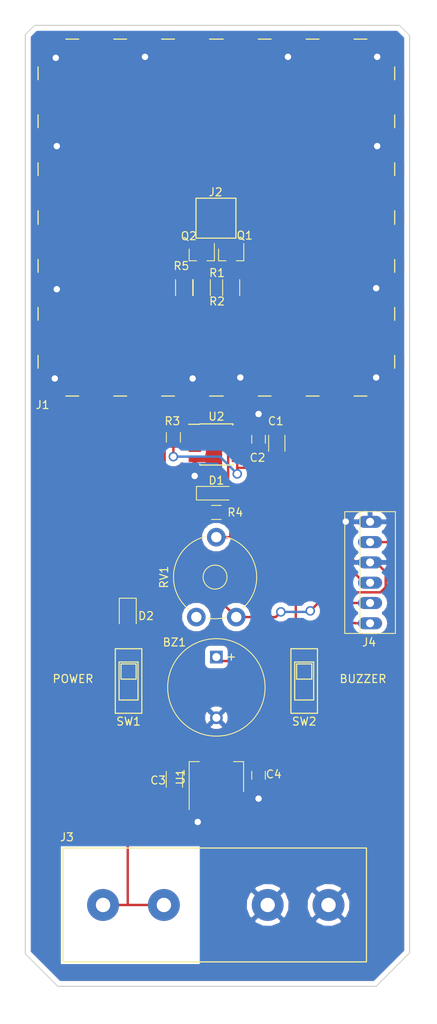
<source format=kicad_pcb>
(kicad_pcb (version 20170123) (host pcbnew no-vcs-found-c78a2ba~59~ubuntu16.10.1)

  (general
    (thickness 1.6)
    (drawings 8)
    (tracks 195)
    (zones 0)
    (modules 23)
    (nets 17)
  )

  (page A)
  (title_block
    (title "Open Radiation Detector")
    (rev 0.9)
    (comment 1 https://hackaday.io/project/27508-open-radiation-detector/)
    (comment 2 https://creativecommons.org/licenses/by-sa/4.0/)
    (comment 3 "License: Creative Commons Attribution-ShareAlike 4.0 International​")
    (comment 4 "Author: Carlos Garcia Saura")
  )

  (layers
    (0 F.Cu signal)
    (31 B.Cu signal hide)
    (32 B.Adhes user)
    (33 F.Adhes user)
    (34 B.Paste user)
    (35 F.Paste user)
    (36 B.SilkS user)
    (37 F.SilkS user)
    (38 B.Mask user)
    (39 F.Mask user)
    (40 Dwgs.User user)
    (41 Cmts.User user)
    (42 Eco1.User user)
    (43 Eco2.User user)
    (44 Edge.Cuts user)
    (45 Margin user)
    (46 B.CrtYd user)
    (47 F.CrtYd user)
    (48 B.Fab user)
    (49 F.Fab user)
  )

  (setup
    (last_trace_width 0.3)
    (trace_clearance 0.3)
    (zone_clearance 0.6)
    (zone_45_only yes)
    (trace_min 0.2)
    (segment_width 0.2)
    (edge_width 0.15)
    (via_size 1.2)
    (via_drill 0.8)
    (via_min_size 0.4)
    (via_min_drill 0.3)
    (uvia_size 0.3)
    (uvia_drill 0.1)
    (uvias_allowed no)
    (uvia_min_size 0.2)
    (uvia_min_drill 0.1)
    (pcb_text_width 0.3)
    (pcb_text_size 1.5 1.5)
    (mod_edge_width 0.15)
    (mod_text_size 1 1)
    (mod_text_width 0.15)
    (pad_size 1.524 1.524)
    (pad_drill 0.762)
    (pad_to_mask_clearance 0.08)
    (pad_to_paste_clearance -0.08)
    (aux_axis_origin 0 0)
    (visible_elements FFFFEF7F)
    (pcbplotparams
      (layerselection 0x010a8_80000001)
      (usegerberextensions false)
      (excludeedgelayer true)
      (linewidth 0.100000)
      (plotframeref false)
      (viasonmask false)
      (mode 1)
      (useauxorigin false)
      (hpglpennumber 1)
      (hpglpenspeed 20)
      (hpglpendiameter 15)
      (psnegative false)
      (psa4output false)
      (plotreference true)
      (plotvalue true)
      (plotinvisibletext false)
      (padsonsilk false)
      (subtractmaskfromsilk false)
      (outputformat 1)
      (mirror false)
      (drillshape 0)
      (scaleselection 1)
      (outputdirectory Gerber/))
  )

  (net 0 "")
  (net 1 "Net-(J2-Pad1)")
  (net 2 +5V)
  (net 3 GND)
  (net 4 +BATT)
  (net 5 v_rad)
  (net 6 v_ref)
  (net 7 "Net-(J3-Pad2)")
  (net 8 v_out)
  (net 9 v_fg)
  (net 10 v_comp)
  (net 11 "Net-(BZ1-Pad1)")
  (net 12 "Net-(D1-Pad1)")
  (net 13 "Net-(D2-Pad2)")
  (net 14 "Net-(SW2-Pad3)")
  (net 15 "Net-(Q2-Pad1)")
  (net 16 "Net-(RV1-Pad3)")

  (net_class Default "This is the default net class."
    (clearance 0.3)
    (trace_width 0.3)
    (via_dia 1.2)
    (via_drill 0.8)
    (uvia_dia 0.3)
    (uvia_drill 0.1)
    (add_net +5V)
    (add_net +BATT)
    (add_net GND)
    (add_net "Net-(BZ1-Pad1)")
    (add_net "Net-(D1-Pad1)")
    (add_net "Net-(D2-Pad2)")
    (add_net "Net-(J2-Pad1)")
    (add_net "Net-(J3-Pad2)")
    (add_net "Net-(Q2-Pad1)")
    (add_net "Net-(RV1-Pad3)")
    (add_net "Net-(SW2-Pad3)")
    (add_net v_comp)
    (add_net v_fg)
    (add_net v_out)
    (add_net v_rad)
    (add_net v_ref)
  )

  (module A23_battery:A23_battery (layer F.Cu) (tedit 59DE38D6) (tstamp 59DCCCB1)
    (at 114.046 186.029 180)
    (path /59E56592)
    (fp_text reference J3 (at 32.766 8.483 180) (layer F.SilkS)
      (effects (font (size 1 1) (thickness 0.15)))
    )
    (fp_text value Batt (at 4.75 -3.8 180) (layer F.Fab)
      (effects (font (size 1 1) (thickness 0.15)))
    )
    (fp_line (start -4.75 7.125) (end -4.75 -7.125) (layer F.SilkS) (width 0.15))
    (fp_line (start 33.25 7.125) (end -4.75 7.125) (layer F.SilkS) (width 0.15))
    (fp_line (start 33.25 -7.125) (end 33.25 7.125) (layer F.SilkS) (width 0.15))
    (fp_line (start -4.75 -7.125) (end 33.25 -7.125) (layer F.SilkS) (width 0.15))
    (pad 1 thru_hole circle (at 7.62 0 180) (size 4 4) (drill 1.8) (layers *.Cu *.Mask)
      (net 3 GND))
    (pad 1 thru_hole circle (at 0 0 180) (size 4 4) (drill 1.8) (layers *.Cu *.Mask)
      (net 3 GND))
    (pad 2 thru_hole circle (at 20.62 0 180) (size 4 4) (drill 1.8) (layers *.Cu *.Mask)
      (net 7 "Net-(J3-Pad2)"))
    (pad 2 thru_hole circle (at 28.24 0 180) (size 4 4) (drill 1.8) (layers *.Cu *.Mask)
      (net 7 "Net-(J3-Pad2)"))
  )

  (module LEDs:LED_1206 (layer F.Cu) (tedit 57FE943C) (tstamp 59DCDF71)
    (at 100 134.5)
    (descr "LED 1206 smd package")
    (tags "LED led 1206 SMD smd SMT smt smdled SMDLED smtled SMTLED")
    (path /59DD0F39)
    (attr smd)
    (fp_text reference D1 (at 0 -1.6) (layer F.SilkS)
      (effects (font (size 1 1) (thickness 0.15)))
    )
    (fp_text value LED (at -3.988 0.12) (layer F.Fab)
      (effects (font (size 1 1) (thickness 0.15)))
    )
    (fp_line (start -2.5 -0.85) (end -2.5 0.85) (layer F.SilkS) (width 0.12))
    (fp_line (start -0.45 -0.4) (end -0.45 0.4) (layer F.Fab) (width 0.1))
    (fp_line (start -0.4 0) (end 0.2 -0.4) (layer F.Fab) (width 0.1))
    (fp_line (start 0.2 0.4) (end -0.4 0) (layer F.Fab) (width 0.1))
    (fp_line (start 0.2 -0.4) (end 0.2 0.4) (layer F.Fab) (width 0.1))
    (fp_line (start 1.6 0.8) (end -1.6 0.8) (layer F.Fab) (width 0.1))
    (fp_line (start 1.6 -0.8) (end 1.6 0.8) (layer F.Fab) (width 0.1))
    (fp_line (start -1.6 -0.8) (end 1.6 -0.8) (layer F.Fab) (width 0.1))
    (fp_line (start -1.6 0.8) (end -1.6 -0.8) (layer F.Fab) (width 0.1))
    (fp_line (start -2.45 0.85) (end 1.6 0.85) (layer F.SilkS) (width 0.12))
    (fp_line (start -2.45 -0.85) (end 1.6 -0.85) (layer F.SilkS) (width 0.12))
    (fp_line (start 2.65 -1) (end 2.65 1) (layer F.CrtYd) (width 0.05))
    (fp_line (start 2.65 1) (end -2.65 1) (layer F.CrtYd) (width 0.05))
    (fp_line (start -2.65 1) (end -2.65 -1) (layer F.CrtYd) (width 0.05))
    (fp_line (start -2.65 -1) (end 2.65 -1) (layer F.CrtYd) (width 0.05))
    (pad 2 smd rect (at 1.65 0 180) (size 1.5 1.5) (layers F.Cu F.Paste F.Mask)
      (net 8 v_out))
    (pad 1 smd rect (at -1.65 0 180) (size 1.5 1.5) (layers F.Cu F.Paste F.Mask)
      (net 12 "Net-(D1-Pad1)"))
    (model ${KISYS3DMOD}/LEDs.3dshapes/LED_1206.wrl
      (at (xyz 0 0 0))
      (scale (xyz 1 1 1))
      (rotate (xyz 0 0 180))
    )
  )

  (module Capacitors_SMD:C_1206 (layer F.Cu) (tedit 58AA84B8) (tstamp 59DCB391)
    (at 107.569 128.246 90)
    (descr "Capacitor SMD 1206, reflow soldering, AVX (see smccp.pdf)")
    (tags "capacitor 1206")
    (path /59DCA9AB)
    (attr smd)
    (fp_text reference C1 (at 2.77 -0.127 180) (layer F.SilkS)
      (effects (font (size 1 1) (thickness 0.15)))
    )
    (fp_text value 10u (at 0.23 2.667 180) (layer F.Fab)
      (effects (font (size 1 1) (thickness 0.15)))
    )
    (fp_text user %R (at 2.77 -0.127 180) (layer F.Fab)
      (effects (font (size 1 1) (thickness 0.15)))
    )
    (fp_line (start -1.6 0.8) (end -1.6 -0.8) (layer F.Fab) (width 0.1))
    (fp_line (start 1.6 0.8) (end -1.6 0.8) (layer F.Fab) (width 0.1))
    (fp_line (start 1.6 -0.8) (end 1.6 0.8) (layer F.Fab) (width 0.1))
    (fp_line (start -1.6 -0.8) (end 1.6 -0.8) (layer F.Fab) (width 0.1))
    (fp_line (start 1 -1.02) (end -1 -1.02) (layer F.SilkS) (width 0.12))
    (fp_line (start -1 1.02) (end 1 1.02) (layer F.SilkS) (width 0.12))
    (fp_line (start -2.25 -1.05) (end 2.25 -1.05) (layer F.CrtYd) (width 0.05))
    (fp_line (start -2.25 -1.05) (end -2.25 1.05) (layer F.CrtYd) (width 0.05))
    (fp_line (start 2.25 1.05) (end 2.25 -1.05) (layer F.CrtYd) (width 0.05))
    (fp_line (start 2.25 1.05) (end -2.25 1.05) (layer F.CrtYd) (width 0.05))
    (pad 1 smd rect (at -1.5 0 90) (size 1 1.6) (layers F.Cu F.Paste F.Mask)
      (net 2 +5V))
    (pad 2 smd rect (at 1.5 0 90) (size 1 1.6) (layers F.Cu F.Paste F.Mask)
      (net 3 GND))
    (model Capacitors_SMD.3dshapes/C_1206.wrl
      (at (xyz 0 0 0))
      (scale (xyz 1 1 1))
      (rotate (xyz 0 0 0))
    )
  )

  (module Capacitors_SMD:C_0805 (layer F.Cu) (tedit 58AA8463) (tstamp 59DCB397)
    (at 105.283 127.746 90)
    (descr "Capacitor SMD 0805, reflow soldering, AVX (see smccp.pdf)")
    (tags "capacitor 0805")
    (path /59DCAADA)
    (attr smd)
    (fp_text reference C2 (at -2.302 -0.127 180) (layer F.SilkS)
      (effects (font (size 1 1) (thickness 0.15)))
    )
    (fp_text value 100n (at -3.826 0.127 180) (layer F.Fab)
      (effects (font (size 1 1) (thickness 0.15)))
    )
    (fp_text user %R (at -2.302 -0.127 180) (layer F.Fab)
      (effects (font (size 1 1) (thickness 0.15)))
    )
    (fp_line (start -1 0.62) (end -1 -0.62) (layer F.Fab) (width 0.1))
    (fp_line (start 1 0.62) (end -1 0.62) (layer F.Fab) (width 0.1))
    (fp_line (start 1 -0.62) (end 1 0.62) (layer F.Fab) (width 0.1))
    (fp_line (start -1 -0.62) (end 1 -0.62) (layer F.Fab) (width 0.1))
    (fp_line (start 0.5 -0.85) (end -0.5 -0.85) (layer F.SilkS) (width 0.12))
    (fp_line (start -0.5 0.85) (end 0.5 0.85) (layer F.SilkS) (width 0.12))
    (fp_line (start -1.75 -0.88) (end 1.75 -0.88) (layer F.CrtYd) (width 0.05))
    (fp_line (start -1.75 -0.88) (end -1.75 0.87) (layer F.CrtYd) (width 0.05))
    (fp_line (start 1.75 0.87) (end 1.75 -0.88) (layer F.CrtYd) (width 0.05))
    (fp_line (start 1.75 0.87) (end -1.75 0.87) (layer F.CrtYd) (width 0.05))
    (pad 1 smd rect (at -1 0 90) (size 1 1.25) (layers F.Cu F.Paste F.Mask)
      (net 2 +5V))
    (pad 2 smd rect (at 1 0 90) (size 1 1.25) (layers F.Cu F.Paste F.Mask)
      (net 3 GND))
    (model Capacitors_SMD.3dshapes/C_0805.wrl
      (at (xyz 0 0 0))
      (scale (xyz 1 1 1))
      (rotate (xyz 0 0 0))
    )
  )

  (module SMD_Packages:1Pin (layer F.Cu) (tedit 59DC9814) (tstamp 59DC97C2)
    (at 99.949 100.076 270)
    (descr "module 1 pin (ou trou mecanique de percage)")
    (tags DEV)
    (path /59E56928)
    (fp_text reference J2 (at -3.25628 0.04064) (layer F.SilkS)
      (effects (font (size 1 1) (thickness 0.15)))
    )
    (fp_text value Electrode (at -0.254 -6.477) (layer F.Fab)
      (effects (font (size 1 1) (thickness 0.15)))
    )
    (fp_line (start -2.49936 -2.49936) (end 2.49936 -2.49936) (layer F.SilkS) (width 0.15))
    (fp_line (start 2.49936 -2.49936) (end 2.49936 2.49936) (layer F.SilkS) (width 0.15))
    (fp_line (start 2.49936 2.49936) (end -2.49936 2.49936) (layer F.SilkS) (width 0.15))
    (fp_line (start -2.49936 2.49936) (end -2.49936 -2.49936) (layer F.SilkS) (width 0.15))
    (pad 1 smd rect (at 0 0 270) (size 4.2 4.2) (layers F.Cu F.Paste F.Mask)
      (net 1 "Net-(J2-Pad1)"))
  )

  (module Shielding_Cabinets:Laird_Technologies_BMI-S-107_44.37x44.37mm (layer F.Cu) (tedit 57501709) (tstamp 59DC97BD)
    (at 100 100)
    (descr "Laird Technologies BMI-S-107 Shielding Cabinet One Piece SMD 44.37x44.37mm")
    (tags "Shielding Cabinet")
    (path /59DC948D)
    (attr smd)
    (fp_text reference J1 (at -21.768 23.444) (layer F.SilkS)
      (effects (font (size 1 1) (thickness 0.15)))
    )
    (fp_text value Outer_Shield (at -16.688 23.952) (layer F.Fab)
      (effects (font (size 1 1) (thickness 0.15)))
    )
    (fp_line (start -22.85 -22.85) (end -22.85 22.85) (layer F.CrtYd) (width 0.05))
    (fp_line (start -22.85 22.85) (end 22.85 22.85) (layer F.CrtYd) (width 0.05))
    (fp_line (start 22.85 22.85) (end 22.85 -22.85) (layer F.CrtYd) (width 0.05))
    (fp_line (start 22.85 -22.85) (end -22.85 -22.85) (layer F.CrtYd) (width 0.05))
    (fp_line (start -22.185 -22.185) (end -22.185 22.185) (layer F.Fab) (width 0.15))
    (fp_line (start -22.185 22.185) (end 22.185 22.185) (layer F.Fab) (width 0.15))
    (fp_line (start 22.185 22.185) (end 22.185 -22.185) (layer F.Fab) (width 0.15))
    (fp_line (start 22.185 -22.185) (end -22.185 -22.185) (layer F.Fab) (width 0.15))
    (fp_line (start -18.85 -22.335) (end -17.25 -22.335) (layer F.SilkS) (width 0.15))
    (fp_line (start -18.85 22.335) (end -17.25 22.335) (layer F.SilkS) (width 0.15))
    (fp_line (start -12.85 -22.335) (end -11.25 -22.335) (layer F.SilkS) (width 0.15))
    (fp_line (start -12.85 22.335) (end -11.25 22.335) (layer F.SilkS) (width 0.15))
    (fp_line (start -6.85 -22.335) (end -5.25 -22.335) (layer F.SilkS) (width 0.15))
    (fp_line (start -6.85 22.335) (end -5.25 22.335) (layer F.SilkS) (width 0.15))
    (fp_line (start -0.85 -22.335) (end 0.85 -22.335) (layer F.SilkS) (width 0.15))
    (fp_line (start -0.85 22.335) (end 0.85 22.335) (layer F.SilkS) (width 0.15))
    (fp_line (start 5.25 -22.335) (end 6.85 -22.335) (layer F.SilkS) (width 0.15))
    (fp_line (start 5.25 22.335) (end 6.85 22.335) (layer F.SilkS) (width 0.15))
    (fp_line (start 11.25 -22.335) (end 12.85 -22.335) (layer F.SilkS) (width 0.15))
    (fp_line (start 11.25 22.335) (end 12.85 22.335) (layer F.SilkS) (width 0.15))
    (fp_line (start 17.25 -22.335) (end 18.85 -22.335) (layer F.SilkS) (width 0.15))
    (fp_line (start 17.25 22.335) (end 18.85 22.335) (layer F.SilkS) (width 0.15))
    (fp_line (start -22.335 -18.85) (end -22.335 -17.25) (layer F.SilkS) (width 0.15))
    (fp_line (start 22.335 -18.85) (end 22.335 -17.25) (layer F.SilkS) (width 0.15))
    (fp_line (start -22.335 -12.85) (end -22.335 -11.25) (layer F.SilkS) (width 0.15))
    (fp_line (start 22.335 -12.85) (end 22.335 -11.25) (layer F.SilkS) (width 0.15))
    (fp_line (start -22.335 -6.85) (end -22.335 -5.25) (layer F.SilkS) (width 0.15))
    (fp_line (start 22.335 -6.85) (end 22.335 -5.25) (layer F.SilkS) (width 0.15))
    (fp_line (start -22.335 -0.85) (end -22.335 0.85) (layer F.SilkS) (width 0.15))
    (fp_line (start 22.335 -0.85) (end 22.335 0.85) (layer F.SilkS) (width 0.15))
    (fp_line (start -22.335 5.25) (end -22.335 6.85) (layer F.SilkS) (width 0.15))
    (fp_line (start 22.335 5.25) (end 22.335 6.85) (layer F.SilkS) (width 0.15))
    (fp_line (start -22.335 11.25) (end -22.335 12.85) (layer F.SilkS) (width 0.15))
    (fp_line (start 22.335 11.25) (end 22.335 12.85) (layer F.SilkS) (width 0.15))
    (fp_line (start -22.335 17.25) (end -22.335 18.85) (layer F.SilkS) (width 0.15))
    (fp_line (start 22.335 17.25) (end 22.335 18.85) (layer F.SilkS) (width 0.15))
    (pad 1 smd rect (at -22.09 -22.09) (size 1 1) (layers F.Cu F.Mask)
      (net 3 GND))
    (pad 1 smd rect (at 22.09 -22.09) (size 1 1) (layers F.Cu F.Mask)
      (net 3 GND))
    (pad 1 smd rect (at 22.09 22.09) (size 1 1) (layers F.Cu F.Mask)
      (net 3 GND))
    (pad 1 smd rect (at -22.09 22.09) (size 1 1) (layers F.Cu F.Mask)
      (net 3 GND))
    (pad 1 smd rect (at -20.37 -22.09) (size 2.44 1) (layers F.Cu F.Mask)
      (net 3 GND))
    (pad 1 smd rect (at -20.37 22.09) (size 2.44 1) (layers F.Cu F.Mask)
      (net 3 GND))
    (pad 1 smd rect (at -15.05 -22.09) (size 3.8 1) (layers F.Cu F.Mask)
      (net 3 GND))
    (pad 1 smd rect (at -15.05 22.09) (size 3.8 1) (layers F.Cu F.Mask)
      (net 3 GND))
    (pad 1 smd rect (at -9.05 -22.09) (size 3.8 1) (layers F.Cu F.Mask)
      (net 3 GND))
    (pad 1 smd rect (at -9.05 22.09) (size 3.8 1) (layers F.Cu F.Mask)
      (net 3 GND))
    (pad 1 smd rect (at -3.05 -22.09) (size 3.8 1) (layers F.Cu F.Mask)
      (net 3 GND))
    (pad 1 smd rect (at -3.05 22.09) (size 3.8 1) (layers F.Cu F.Mask)
      (net 3 GND))
    (pad 1 smd rect (at 3.05 -22.09) (size 3.8 1) (layers F.Cu F.Mask)
      (net 3 GND))
    (pad 1 smd rect (at 3.05 22.09) (size 3.8 1) (layers F.Cu F.Mask)
      (net 3 GND))
    (pad 1 smd rect (at 9.05 -22.09) (size 3.8 1) (layers F.Cu F.Mask)
      (net 3 GND))
    (pad 1 smd rect (at 9.05 22.09) (size 3.8 1) (layers F.Cu F.Mask)
      (net 3 GND))
    (pad 1 smd rect (at 15.05 -22.09) (size 3.8 1) (layers F.Cu F.Mask)
      (net 3 GND))
    (pad 1 smd rect (at 15.05 22.09) (size 3.8 1) (layers F.Cu F.Mask)
      (net 3 GND))
    (pad 1 smd rect (at 20.37 -22.09) (size 2.44 1) (layers F.Cu F.Mask)
      (net 3 GND))
    (pad 1 smd rect (at 20.37 22.09) (size 2.44 1) (layers F.Cu F.Mask)
      (net 3 GND))
    (pad 1 smd rect (at -22.09 -20.37) (size 1 2.44) (layers F.Cu F.Mask)
      (net 3 GND))
    (pad 1 smd rect (at 22.09 -20.37) (size 1 2.44) (layers F.Cu F.Mask)
      (net 3 GND))
    (pad 1 smd rect (at -22.09 -15.05) (size 1 3.8) (layers F.Cu F.Mask)
      (net 3 GND))
    (pad 1 smd rect (at 22.09 -15.05) (size 1 3.8) (layers F.Cu F.Mask)
      (net 3 GND))
    (pad 1 smd rect (at -22.09 -9.05) (size 1 3.8) (layers F.Cu F.Mask)
      (net 3 GND))
    (pad 1 smd rect (at 22.09 -9.05) (size 1 3.8) (layers F.Cu F.Mask)
      (net 3 GND))
    (pad 1 smd rect (at -22.09 -3.05) (size 1 3.8) (layers F.Cu F.Mask)
      (net 3 GND))
    (pad 1 smd rect (at 22.09 -3.05) (size 1 3.8) (layers F.Cu F.Mask)
      (net 3 GND))
    (pad 1 smd rect (at -22.09 3.05) (size 1 3.8) (layers F.Cu F.Mask)
      (net 3 GND))
    (pad 1 smd rect (at 22.09 3.05) (size 1 3.8) (layers F.Cu F.Mask)
      (net 3 GND))
    (pad 1 smd rect (at -22.09 9.05) (size 1 3.8) (layers F.Cu F.Mask)
      (net 3 GND))
    (pad 1 smd rect (at 22.09 9.05) (size 1 3.8) (layers F.Cu F.Mask)
      (net 3 GND))
    (pad 1 smd rect (at -22.09 15.05) (size 1 3.8) (layers F.Cu F.Mask)
      (net 3 GND))
    (pad 1 smd rect (at 22.09 15.05) (size 1 3.8) (layers F.Cu F.Mask)
      (net 3 GND))
    (pad 1 smd rect (at -22.09 20.37) (size 1 2.44) (layers F.Cu F.Mask)
      (net 3 GND))
    (pad 1 smd rect (at 22.09 20.37) (size 1 2.44) (layers F.Cu F.Mask)
      (net 3 GND))
  )

  (module TO_SOT_Packages_SMD:SOT-23 (layer F.Cu) (tedit 58CE4E7E) (tstamp 59DC97C9)
    (at 101.854 104.648 270)
    (descr "SOT-23, Standard")
    (tags SOT-23)
    (path /59DC95F2)
    (attr smd)
    (fp_text reference Q1 (at -2.40284 -1.68656) (layer F.SilkS)
      (effects (font (size 1 1) (thickness 0.15)))
    )
    (fp_text value FMMT734 (at 0.254 -5.334) (layer F.Fab)
      (effects (font (size 1 1) (thickness 0.15)))
    )
    (fp_text user %R (at 0 0) (layer F.Fab)
      (effects (font (size 0.5 0.5) (thickness 0.075)))
    )
    (fp_line (start -0.7 -0.95) (end -0.7 1.5) (layer F.Fab) (width 0.1))
    (fp_line (start -0.15 -1.52) (end 0.7 -1.52) (layer F.Fab) (width 0.1))
    (fp_line (start -0.7 -0.95) (end -0.15 -1.52) (layer F.Fab) (width 0.1))
    (fp_line (start 0.7 -1.52) (end 0.7 1.52) (layer F.Fab) (width 0.1))
    (fp_line (start -0.7 1.52) (end 0.7 1.52) (layer F.Fab) (width 0.1))
    (fp_line (start 0.76 1.58) (end 0.76 0.65) (layer F.SilkS) (width 0.12))
    (fp_line (start 0.76 -1.58) (end 0.76 -0.65) (layer F.SilkS) (width 0.12))
    (fp_line (start -1.7 -1.75) (end 1.7 -1.75) (layer F.CrtYd) (width 0.05))
    (fp_line (start 1.7 -1.75) (end 1.7 1.75) (layer F.CrtYd) (width 0.05))
    (fp_line (start 1.7 1.75) (end -1.7 1.75) (layer F.CrtYd) (width 0.05))
    (fp_line (start -1.7 1.75) (end -1.7 -1.75) (layer F.CrtYd) (width 0.05))
    (fp_line (start 0.76 -1.58) (end -1.4 -1.58) (layer F.SilkS) (width 0.12))
    (fp_line (start 0.76 1.58) (end -0.7 1.58) (layer F.SilkS) (width 0.12))
    (pad 1 smd rect (at -1 -0.95 270) (size 0.9 0.8) (layers F.Cu F.Paste F.Mask)
      (net 1 "Net-(J2-Pad1)"))
    (pad 2 smd rect (at -1 0.95 270) (size 0.9 0.8) (layers F.Cu F.Paste F.Mask)
      (net 4 +BATT))
    (pad 3 smd rect (at 1 0 270) (size 0.9 0.8) (layers F.Cu F.Paste F.Mask)
      (net 5 v_rad))
    (model ${KISYS3DMOD}/TO_SOT_Packages_SMD.3dshapes/SOT-23.wrl
      (at (xyz 0 0 0))
      (scale (xyz 1 1 1))
      (rotate (xyz 0 0 0))
    )
  )

  (module Buzzers_Beepers:MagneticBuzzer_ProSignal_ABI-010-RC (layer F.Cu) (tedit 58B1D288) (tstamp 59DCB38B)
    (at 100 155 270)
    (descr "Buzzer, Elektromagnetic Beeper, Summer, 12V-DC,")
    (tags "Pro Signal ABI-010-RC ")
    (path /59DCB18F)
    (fp_text reference BZ1 (at -1.838 5.258) (layer F.SilkS)
      (effects (font (size 1 1) (thickness 0.15)))
    )
    (fp_text value Buzzer (at 1.718 2.718) (layer F.Fab)
      (effects (font (size 1 1) (thickness 0.15)))
    )
    (fp_text user + (at 0 -1.8 270) (layer F.Fab)
      (effects (font (size 1 1) (thickness 0.15)))
    )
    (fp_circle (center 3.8 0) (end 9.8 0) (layer F.Fab) (width 0.1))
    (fp_circle (center 3.8 0) (end 9.9 0) (layer F.SilkS) (width 0.12))
    (fp_text user + (at 0 -1.8 270) (layer F.SilkS)
      (effects (font (size 1 1) (thickness 0.15)))
    )
    (fp_text user %R (at -1.838 5.258) (layer F.Fab)
      (effects (font (size 1 1) (thickness 0.15)))
    )
    (fp_circle (center 3.8 0) (end 5.1 0.5) (layer F.Fab) (width 0.1))
    (fp_circle (center 3.8 0) (end 10.05 0) (layer F.CrtYd) (width 0.05))
    (pad 1 thru_hole rect (at 0 0 270) (size 1.6 1.6) (drill 1) (layers *.Cu *.Mask)
      (net 11 "Net-(BZ1-Pad1)"))
    (pad 2 thru_hole circle (at 7.6 0 270) (size 1.6 1.6) (drill 1) (layers *.Cu *.Mask)
      (net 3 GND))
    (model ${KISYS3DMOD}/Buzzers_Beepers.3dshapes/MagneticBuzzer_ProSignal_ABI-010-RC.wrl
      (at (xyz 0.299213 0 0))
      (scale (xyz 1 1 1))
      (rotate (xyz 0 0 180))
    )
  )

  (module TO_SOT_Packages_SMD:SOT-23 (layer F.Cu) (tedit 58CE4E7E) (tstamp 59DCB39E)
    (at 98.171 104.648 270)
    (descr "SOT-23, Standard")
    (tags SOT-23)
    (path /59DC98B1)
    (attr smd)
    (fp_text reference Q2 (at -2.3368 1.6256) (layer F.SilkS)
      (effects (font (size 1 1) (thickness 0.15)))
    )
    (fp_text value FMMT734 (at 0 5.207) (layer F.Fab)
      (effects (font (size 1 1) (thickness 0.15)))
    )
    (fp_text user %R (at 0 0) (layer F.Fab)
      (effects (font (size 0.5 0.5) (thickness 0.075)))
    )
    (fp_line (start -0.7 -0.95) (end -0.7 1.5) (layer F.Fab) (width 0.1))
    (fp_line (start -0.15 -1.52) (end 0.7 -1.52) (layer F.Fab) (width 0.1))
    (fp_line (start -0.7 -0.95) (end -0.15 -1.52) (layer F.Fab) (width 0.1))
    (fp_line (start 0.7 -1.52) (end 0.7 1.52) (layer F.Fab) (width 0.1))
    (fp_line (start -0.7 1.52) (end 0.7 1.52) (layer F.Fab) (width 0.1))
    (fp_line (start 0.76 1.58) (end 0.76 0.65) (layer F.SilkS) (width 0.12))
    (fp_line (start 0.76 -1.58) (end 0.76 -0.65) (layer F.SilkS) (width 0.12))
    (fp_line (start -1.7 -1.75) (end 1.7 -1.75) (layer F.CrtYd) (width 0.05))
    (fp_line (start 1.7 -1.75) (end 1.7 1.75) (layer F.CrtYd) (width 0.05))
    (fp_line (start 1.7 1.75) (end -1.7 1.75) (layer F.CrtYd) (width 0.05))
    (fp_line (start -1.7 1.75) (end -1.7 -1.75) (layer F.CrtYd) (width 0.05))
    (fp_line (start 0.76 -1.58) (end -1.4 -1.58) (layer F.SilkS) (width 0.12))
    (fp_line (start 0.76 1.58) (end -0.7 1.58) (layer F.SilkS) (width 0.12))
    (pad 1 smd rect (at -1 -0.95 270) (size 0.9 0.8) (layers F.Cu F.Paste F.Mask)
      (net 15 "Net-(Q2-Pad1)"))
    (pad 2 smd rect (at -1 0.95 270) (size 0.9 0.8) (layers F.Cu F.Paste F.Mask)
      (net 4 +BATT))
    (pad 3 smd rect (at 1 0 270) (size 0.9 0.8) (layers F.Cu F.Paste F.Mask)
      (net 10 v_comp))
    (model ${KISYS3DMOD}/TO_SOT_Packages_SMD.3dshapes/SOT-23.wrl
      (at (xyz 0 0 0))
      (scale (xyz 1 1 1))
      (rotate (xyz 0 0 0))
    )
  )

  (module Resistors_SMD:R_1206 (layer F.Cu) (tedit 58E0A804) (tstamp 59DCB3A4)
    (at 98.171 108.765 270)
    (descr "Resistor SMD 1206, reflow soldering, Vishay (see dcrcw.pdf)")
    (tags "resistor 1206")
    (path /59DC9C47)
    (attr smd)
    (fp_text reference R1 (at -1.831 -1.905) (layer F.SilkS)
      (effects (font (size 1 1) (thickness 0.15)))
    )
    (fp_text value 10M (at 2.995 -0.635) (layer F.Fab)
      (effects (font (size 1 1) (thickness 0.15)))
    )
    (fp_text user %R (at 0 0 270) (layer F.Fab)
      (effects (font (size 0.7 0.7) (thickness 0.105)))
    )
    (fp_line (start -1.6 0.8) (end -1.6 -0.8) (layer F.Fab) (width 0.1))
    (fp_line (start 1.6 0.8) (end -1.6 0.8) (layer F.Fab) (width 0.1))
    (fp_line (start 1.6 -0.8) (end 1.6 0.8) (layer F.Fab) (width 0.1))
    (fp_line (start -1.6 -0.8) (end 1.6 -0.8) (layer F.Fab) (width 0.1))
    (fp_line (start 1 1.07) (end -1 1.07) (layer F.SilkS) (width 0.12))
    (fp_line (start -1 -1.07) (end 1 -1.07) (layer F.SilkS) (width 0.12))
    (fp_line (start -2.15 -1.11) (end 2.15 -1.11) (layer F.CrtYd) (width 0.05))
    (fp_line (start -2.15 -1.11) (end -2.15 1.1) (layer F.CrtYd) (width 0.05))
    (fp_line (start 2.15 1.1) (end 2.15 -1.11) (layer F.CrtYd) (width 0.05))
    (fp_line (start 2.15 1.1) (end -2.15 1.1) (layer F.CrtYd) (width 0.05))
    (pad 1 smd rect (at -1.45 0 270) (size 0.9 1.7) (layers F.Cu F.Paste F.Mask)
      (net 10 v_comp))
    (pad 2 smd rect (at 1.45 0 270) (size 0.9 1.7) (layers F.Cu F.Paste F.Mask)
      (net 3 GND))
    (model ${KISYS3DMOD}/Resistors_SMD.3dshapes/R_1206.wrl
      (at (xyz 0 0 0))
      (scale (xyz 1 1 1))
      (rotate (xyz 0 0 0))
    )
  )

  (module Resistors_SMD:R_1206 (layer F.Cu) (tedit 58E0A804) (tstamp 59DCB3AA)
    (at 101.854 108.765 270)
    (descr "Resistor SMD 1206, reflow soldering, Vishay (see dcrcw.pdf)")
    (tags "resistor 1206")
    (path /59DC9D5E)
    (attr smd)
    (fp_text reference R2 (at 1.725 1.778) (layer F.SilkS)
      (effects (font (size 1 1) (thickness 0.15)))
    )
    (fp_text value 10M (at 2.995 -0.762) (layer F.Fab)
      (effects (font (size 1 1) (thickness 0.15)))
    )
    (fp_text user %R (at 0 0 270) (layer F.Fab)
      (effects (font (size 0.7 0.7) (thickness 0.105)))
    )
    (fp_line (start -1.6 0.8) (end -1.6 -0.8) (layer F.Fab) (width 0.1))
    (fp_line (start 1.6 0.8) (end -1.6 0.8) (layer F.Fab) (width 0.1))
    (fp_line (start 1.6 -0.8) (end 1.6 0.8) (layer F.Fab) (width 0.1))
    (fp_line (start -1.6 -0.8) (end 1.6 -0.8) (layer F.Fab) (width 0.1))
    (fp_line (start 1 1.07) (end -1 1.07) (layer F.SilkS) (width 0.12))
    (fp_line (start -1 -1.07) (end 1 -1.07) (layer F.SilkS) (width 0.12))
    (fp_line (start -2.15 -1.11) (end 2.15 -1.11) (layer F.CrtYd) (width 0.05))
    (fp_line (start -2.15 -1.11) (end -2.15 1.1) (layer F.CrtYd) (width 0.05))
    (fp_line (start 2.15 1.1) (end 2.15 -1.11) (layer F.CrtYd) (width 0.05))
    (fp_line (start 2.15 1.1) (end -2.15 1.1) (layer F.CrtYd) (width 0.05))
    (pad 1 smd rect (at -1.45 0 270) (size 0.9 1.7) (layers F.Cu F.Paste F.Mask)
      (net 5 v_rad))
    (pad 2 smd rect (at 1.45 0 270) (size 0.9 1.7) (layers F.Cu F.Paste F.Mask)
      (net 3 GND))
    (model ${KISYS3DMOD}/Resistors_SMD.3dshapes/R_1206.wrl
      (at (xyz 0 0 0))
      (scale (xyz 1 1 1))
      (rotate (xyz 0 0 0))
    )
  )

  (module Housings_SOIC:SOIC-8_3.9x4.9mm_Pitch1.27mm (layer F.Cu) (tedit 58CD0CDA) (tstamp 59DCB3BE)
    (at 100 128.397)
    (descr "8-Lead Plastic Small Outline (SN) - Narrow, 3.90 mm Body [SOIC] (see Microchip Packaging Specification 00000049BS.pdf)")
    (tags "SOIC 1.27")
    (path /59DCA212)
    (attr smd)
    (fp_text reference U2 (at 0 -3.5) (layer F.SilkS)
      (effects (font (size 1 1) (thickness 0.15)))
    )
    (fp_text value MCP6N11 (at 0.076 -3.429) (layer F.Fab)
      (effects (font (size 1 1) (thickness 0.15)))
    )
    (fp_text user %R (at 0 0) (layer F.Fab)
      (effects (font (size 1 1) (thickness 0.15)))
    )
    (fp_line (start -0.95 -2.45) (end 1.95 -2.45) (layer F.Fab) (width 0.1))
    (fp_line (start 1.95 -2.45) (end 1.95 2.45) (layer F.Fab) (width 0.1))
    (fp_line (start 1.95 2.45) (end -1.95 2.45) (layer F.Fab) (width 0.1))
    (fp_line (start -1.95 2.45) (end -1.95 -1.45) (layer F.Fab) (width 0.1))
    (fp_line (start -1.95 -1.45) (end -0.95 -2.45) (layer F.Fab) (width 0.1))
    (fp_line (start -3.73 -2.7) (end -3.73 2.7) (layer F.CrtYd) (width 0.05))
    (fp_line (start 3.73 -2.7) (end 3.73 2.7) (layer F.CrtYd) (width 0.05))
    (fp_line (start -3.73 -2.7) (end 3.73 -2.7) (layer F.CrtYd) (width 0.05))
    (fp_line (start -3.73 2.7) (end 3.73 2.7) (layer F.CrtYd) (width 0.05))
    (fp_line (start -2.075 -2.575) (end -2.075 -2.525) (layer F.SilkS) (width 0.15))
    (fp_line (start 2.075 -2.575) (end 2.075 -2.43) (layer F.SilkS) (width 0.15))
    (fp_line (start 2.075 2.575) (end 2.075 2.43) (layer F.SilkS) (width 0.15))
    (fp_line (start -2.075 2.575) (end -2.075 2.43) (layer F.SilkS) (width 0.15))
    (fp_line (start -2.075 -2.575) (end 2.075 -2.575) (layer F.SilkS) (width 0.15))
    (fp_line (start -2.075 2.575) (end 2.075 2.575) (layer F.SilkS) (width 0.15))
    (fp_line (start -2.075 -2.525) (end -3.475 -2.525) (layer F.SilkS) (width 0.15))
    (pad 1 smd rect (at -2.7 -1.905) (size 1.55 0.6) (layers F.Cu F.Paste F.Mask)
      (net 9 v_fg))
    (pad 2 smd rect (at -2.7 -0.635) (size 1.55 0.6) (layers F.Cu F.Paste F.Mask)
      (net 10 v_comp))
    (pad 3 smd rect (at -2.7 0.635) (size 1.55 0.6) (layers F.Cu F.Paste F.Mask)
      (net 5 v_rad))
    (pad 4 smd rect (at -2.7 1.905) (size 1.55 0.6) (layers F.Cu F.Paste F.Mask)
      (net 3 GND))
    (pad 5 smd rect (at 2.7 1.905) (size 1.55 0.6) (layers F.Cu F.Paste F.Mask)
      (net 6 v_ref))
    (pad 6 smd rect (at 2.7 0.635) (size 1.55 0.6) (layers F.Cu F.Paste F.Mask)
      (net 8 v_out))
    (pad 7 smd rect (at 2.7 -0.635) (size 1.55 0.6) (layers F.Cu F.Paste F.Mask)
      (net 2 +5V))
    (pad 8 smd rect (at 2.7 -1.905) (size 1.55 0.6) (layers F.Cu F.Paste F.Mask)
      (net 2 +5V))
    (model ${KISYS3DMOD}/Housings_SOIC.3dshapes/SOIC-8_3.9x4.9mm_Pitch1.27mm.wrl
      (at (xyz 0 0 0))
      (scale (xyz 1 1 1))
      (rotate (xyz 0 0 0))
    )
  )

  (module Capacitors_SMD:C_1206 (layer F.Cu) (tedit 58AA84B8) (tstamp 59DCCDFA)
    (at 94.742 170.307 270)
    (descr "Capacitor SMD 1206, reflow soldering, AVX (see smccp.pdf)")
    (tags "capacitor 1206")
    (path /59DCD1C6)
    (attr smd)
    (fp_text reference C3 (at 0.127 2.032) (layer F.SilkS)
      (effects (font (size 1 1) (thickness 0.15)))
    )
    (fp_text value 10u (at 1.651 2.54) (layer F.Fab)
      (effects (font (size 1 1) (thickness 0.15)))
    )
    (fp_text user %R (at 0.127 2.032) (layer F.Fab)
      (effects (font (size 1 1) (thickness 0.15)))
    )
    (fp_line (start -1.6 0.8) (end -1.6 -0.8) (layer F.Fab) (width 0.1))
    (fp_line (start 1.6 0.8) (end -1.6 0.8) (layer F.Fab) (width 0.1))
    (fp_line (start 1.6 -0.8) (end 1.6 0.8) (layer F.Fab) (width 0.1))
    (fp_line (start -1.6 -0.8) (end 1.6 -0.8) (layer F.Fab) (width 0.1))
    (fp_line (start 1 -1.02) (end -1 -1.02) (layer F.SilkS) (width 0.12))
    (fp_line (start -1 1.02) (end 1 1.02) (layer F.SilkS) (width 0.12))
    (fp_line (start -2.25 -1.05) (end 2.25 -1.05) (layer F.CrtYd) (width 0.05))
    (fp_line (start -2.25 -1.05) (end -2.25 1.05) (layer F.CrtYd) (width 0.05))
    (fp_line (start 2.25 1.05) (end 2.25 -1.05) (layer F.CrtYd) (width 0.05))
    (fp_line (start 2.25 1.05) (end -2.25 1.05) (layer F.CrtYd) (width 0.05))
    (pad 1 smd rect (at -1.5 0 270) (size 1 1.6) (layers F.Cu F.Paste F.Mask)
      (net 4 +BATT))
    (pad 2 smd rect (at 1.5 0 270) (size 1 1.6) (layers F.Cu F.Paste F.Mask)
      (net 3 GND))
    (model Capacitors_SMD.3dshapes/C_1206.wrl
      (at (xyz 0 0 0))
      (scale (xyz 1 1 1))
      (rotate (xyz 0 0 0))
    )
  )

  (module Capacitors_SMD:C_0805 (layer F.Cu) (tedit 58AA8463) (tstamp 59DCCE00)
    (at 105.283 169.799 270)
    (descr "Capacitor SMD 0805, reflow soldering, AVX (see smccp.pdf)")
    (tags "capacitor 0805")
    (path /59DCD1CC)
    (attr smd)
    (fp_text reference C4 (at -0.127 -1.905) (layer F.SilkS)
      (effects (font (size 1 1) (thickness 0.15)))
    )
    (fp_text value 100n (at 1.651 -2.921) (layer F.Fab)
      (effects (font (size 1 1) (thickness 0.15)))
    )
    (fp_text user %R (at -0.127 -1.905) (layer F.Fab)
      (effects (font (size 1 1) (thickness 0.15)))
    )
    (fp_line (start -1 0.62) (end -1 -0.62) (layer F.Fab) (width 0.1))
    (fp_line (start 1 0.62) (end -1 0.62) (layer F.Fab) (width 0.1))
    (fp_line (start 1 -0.62) (end 1 0.62) (layer F.Fab) (width 0.1))
    (fp_line (start -1 -0.62) (end 1 -0.62) (layer F.Fab) (width 0.1))
    (fp_line (start 0.5 -0.85) (end -0.5 -0.85) (layer F.SilkS) (width 0.12))
    (fp_line (start -0.5 0.85) (end 0.5 0.85) (layer F.SilkS) (width 0.12))
    (fp_line (start -1.75 -0.88) (end 1.75 -0.88) (layer F.CrtYd) (width 0.05))
    (fp_line (start -1.75 -0.88) (end -1.75 0.87) (layer F.CrtYd) (width 0.05))
    (fp_line (start 1.75 0.87) (end 1.75 -0.88) (layer F.CrtYd) (width 0.05))
    (fp_line (start 1.75 0.87) (end -1.75 0.87) (layer F.CrtYd) (width 0.05))
    (pad 1 smd rect (at -1 0 270) (size 1 1.25) (layers F.Cu F.Paste F.Mask)
      (net 4 +BATT))
    (pad 2 smd rect (at 1 0 270) (size 1 1.25) (layers F.Cu F.Paste F.Mask)
      (net 3 GND))
    (model Capacitors_SMD.3dshapes/C_0805.wrl
      (at (xyz 0 0 0))
      (scale (xyz 1 1 1))
      (rotate (xyz 0 0 0))
    )
  )

  (module SW_JS202011SCQN:SW_JS202011SCQN (layer F.Cu) (tedit 59E54EBA) (tstamp 59DCD52C)
    (at 89 158 270)
    (path /59E5617F)
    (fp_text reference SW1 (at 5.068 0) (layer F.SilkS)
      (effects (font (size 1 1) (thickness 0.15)))
    )
    (fp_text value POWER (at -0.266 6.958) (layer F.SilkS)
      (effects (font (size 1 1) (thickness 0.15)))
    )
    (fp_line (start -0.2375 -0.95) (end -2.1375 -0.95) (layer F.SilkS) (width 0.15))
    (fp_line (start -0.2375 0.95) (end -0.2375 -0.95) (layer F.SilkS) (width 0.15))
    (fp_line (start -2.1375 0.95) (end -0.2375 0.95) (layer F.SilkS) (width 0.15))
    (fp_line (start -2.1375 -0.95) (end -2.1375 0.95) (layer F.SilkS) (width 0.15))
    (fp_line (start -2.375 1.1875) (end -2.375 -1.1875) (layer F.SilkS) (width 0.15))
    (fp_line (start 2.375 1.1875) (end -2.375 1.1875) (layer F.SilkS) (width 0.15))
    (fp_line (start 2.375 -1.1875) (end 2.375 1.1875) (layer F.SilkS) (width 0.15))
    (fp_line (start -2.375 -1.1875) (end 2.375 -1.1875) (layer F.SilkS) (width 0.15))
    (fp_line (start -4.0375 1.6625) (end -4.0375 -1.6625) (layer F.SilkS) (width 0.15))
    (fp_line (start 4.0375 1.6625) (end -4.0375 1.6625) (layer F.SilkS) (width 0.15))
    (fp_line (start 4.0375 -1.6625) (end 4.0375 1.6625) (layer F.SilkS) (width 0.15))
    (fp_line (start -4.0375 -1.6625) (end 4.0375 -1.6625) (layer F.SilkS) (width 0.15))
    (pad 3 smd rect (at 2.5 2.75 270) (size 1.2 2.5) (layers F.Cu F.Paste F.Mask)
      (net 3 GND))
    (pad 3 smd rect (at 2.5 -2.75 270) (size 1.2 2.5) (layers F.Cu F.Paste F.Mask)
      (net 3 GND))
    (pad 1 smd rect (at -2.5 2.75 270) (size 1.2 2.5) (layers F.Cu F.Paste F.Mask)
      (net 7 "Net-(J3-Pad2)"))
    (pad 1 smd rect (at -2.5 -2.75 270) (size 1.2 2.5) (layers F.Cu F.Paste F.Mask)
      (net 7 "Net-(J3-Pad2)"))
    (pad 2 smd rect (at 0 2.75 270) (size 1.2 2.5) (layers F.Cu F.Paste F.Mask)
      (net 13 "Net-(D2-Pad2)"))
    (pad 2 smd rect (at 0 -2.75 270) (size 1.2 2.5) (layers F.Cu F.Paste F.Mask)
      (net 13 "Net-(D2-Pad2)"))
  )

  (module Connectors:PINHEAD1-6 (layer F.Cu) (tedit 0) (tstamp 59DCDC2C)
    (at 119.253 150.777 90)
    (path /59E56F43)
    (fp_text reference J4 (at -2.385 -0.127 180) (layer F.SilkS)
      (effects (font (size 1 1) (thickness 0.15)))
    )
    (fp_text value CONN_01X06 (at 6.35 3.81 90) (layer F.Fab)
      (effects (font (size 1 1) (thickness 0.15)))
    )
    (fp_line (start 6.35 3.17) (end 13.97 3.17) (layer F.SilkS) (width 0.12))
    (fp_line (start 6.35 -1.27) (end 13.97 -1.27) (layer F.SilkS) (width 0.12))
    (fp_line (start 6.35 -3.17) (end 13.97 -3.17) (layer F.SilkS) (width 0.12))
    (fp_line (start -1.27 -3.17) (end -1.27 3.17) (layer F.SilkS) (width 0.12))
    (fp_line (start 13.97 -3.17) (end 13.97 3.17) (layer F.SilkS) (width 0.12))
    (fp_line (start 6.35 -1.27) (end -1.27 -1.27) (layer F.SilkS) (width 0.12))
    (fp_line (start -1.27 -3.17) (end 6.35 -3.17) (layer F.SilkS) (width 0.12))
    (fp_line (start 6.35 3.17) (end -1.27 3.17) (layer F.SilkS) (width 0.12))
    (fp_line (start -1.52 -3.42) (end 14.22 -3.42) (layer F.CrtYd) (width 0.05))
    (fp_line (start -1.52 -3.42) (end -1.52 3.42) (layer F.CrtYd) (width 0.05))
    (fp_line (start 14.22 3.42) (end 14.22 -3.42) (layer F.CrtYd) (width 0.05))
    (fp_line (start 14.22 3.42) (end -1.52 3.42) (layer F.CrtYd) (width 0.05))
    (pad 1 thru_hole oval (at 0 0 90) (size 1.51 3.01) (drill 1) (layers *.Cu *.Mask)
      (net 8 v_out))
    (pad 2 thru_hole oval (at 2.54 0 90) (size 1.51 3.01) (drill 1) (layers *.Cu *.Mask)
      (net 9 v_fg))
    (pad 3 thru_hole oval (at 5.08 0 90) (size 1.51 3.01) (drill 1) (layers *.Cu *.Mask)
      (net 6 v_ref))
    (pad 4 thru_hole oval (at 7.62 0 90) (size 1.51 3.01) (drill 1) (layers *.Cu *.Mask)
      (net 3 GND))
    (pad 5 thru_hole oval (at 10.16 0 90) (size 1.51 3.01) (drill 1) (layers *.Cu *.Mask)
      (net 2 +5V))
    (pad 6 thru_hole oval (at 12.7 0 90) (size 1.51 3.01) (drill 1) (layers *.Cu *.Mask)
      (net 3 GND))
  )

  (module Resistors_SMD:R_0805 (layer F.Cu) (tedit 58E0A804) (tstamp 59DCDC32)
    (at 94.615 127.508 270)
    (descr "Resistor SMD 0805, reflow soldering, Vishay (see dcrcw.pdf)")
    (tags "resistor 0805")
    (path /59DCDD2F)
    (attr smd)
    (fp_text reference R3 (at -2.032 0.127) (layer F.SilkS)
      (effects (font (size 1 1) (thickness 0.15)))
    )
    (fp_text value R_G (at 0 2.413) (layer F.Fab)
      (effects (font (size 1 1) (thickness 0.15)))
    )
    (fp_text user %R (at 0 0 270) (layer F.Fab)
      (effects (font (size 0.5 0.5) (thickness 0.075)))
    )
    (fp_line (start -1 0.62) (end -1 -0.62) (layer F.Fab) (width 0.1))
    (fp_line (start 1 0.62) (end -1 0.62) (layer F.Fab) (width 0.1))
    (fp_line (start 1 -0.62) (end 1 0.62) (layer F.Fab) (width 0.1))
    (fp_line (start -1 -0.62) (end 1 -0.62) (layer F.Fab) (width 0.1))
    (fp_line (start 0.6 0.88) (end -0.6 0.88) (layer F.SilkS) (width 0.12))
    (fp_line (start -0.6 -0.88) (end 0.6 -0.88) (layer F.SilkS) (width 0.12))
    (fp_line (start -1.55 -0.9) (end 1.55 -0.9) (layer F.CrtYd) (width 0.05))
    (fp_line (start -1.55 -0.9) (end -1.55 0.9) (layer F.CrtYd) (width 0.05))
    (fp_line (start 1.55 0.9) (end 1.55 -0.9) (layer F.CrtYd) (width 0.05))
    (fp_line (start 1.55 0.9) (end -1.55 0.9) (layer F.CrtYd) (width 0.05))
    (pad 1 smd rect (at -0.95 0 270) (size 0.7 1.3) (layers F.Cu F.Paste F.Mask)
      (net 9 v_fg))
    (pad 2 smd rect (at 0.95 0 270) (size 0.7 1.3) (layers F.Cu F.Paste F.Mask)
      (net 6 v_ref))
    (model ${KISYS3DMOD}/Resistors_SMD.3dshapes/R_0805.wrl
      (at (xyz 0 0 0))
      (scale (xyz 1 1 1))
      (rotate (xyz 0 0 0))
    )
  )

  (module Diodes_SMD:D_1206 (layer F.Cu) (tedit 590CEAF5) (tstamp 59DCDF77)
    (at 88.9 149.836 270)
    (descr "Diode SMD 1206, reflow soldering http://datasheets.avx.com/schottky.pdf")
    (tags "Diode 1206")
    (path /59DD14FD)
    (attr smd)
    (fp_text reference D2 (at 0.024 -2.286) (layer F.SilkS)
      (effects (font (size 1 1) (thickness 0.15)))
    )
    (fp_text value D (at 0.024 1.9) (layer F.Fab)
      (effects (font (size 1 1) (thickness 0.15)))
    )
    (fp_text user %R (at 0 -2.286) (layer F.Fab)
      (effects (font (size 1 1) (thickness 0.15)))
    )
    (fp_line (start -0.254 -0.254) (end -0.254 0.254) (layer F.Fab) (width 0.1))
    (fp_line (start 0.127 0) (end 0.381 0) (layer F.Fab) (width 0.1))
    (fp_line (start -0.254 0) (end -0.508 0) (layer F.Fab) (width 0.1))
    (fp_line (start 0.127 0.254) (end -0.254 0) (layer F.Fab) (width 0.1))
    (fp_line (start 0.127 -0.254) (end 0.127 0.254) (layer F.Fab) (width 0.1))
    (fp_line (start -0.254 0) (end 0.127 -0.254) (layer F.Fab) (width 0.1))
    (fp_line (start -2.2 -1.06) (end -2.2 1.06) (layer F.SilkS) (width 0.12))
    (fp_line (start -1.7 0.95) (end -1.7 -0.95) (layer F.Fab) (width 0.1))
    (fp_line (start 1.7 0.95) (end -1.7 0.95) (layer F.Fab) (width 0.1))
    (fp_line (start 1.7 -0.95) (end 1.7 0.95) (layer F.Fab) (width 0.1))
    (fp_line (start -1.7 -0.95) (end 1.7 -0.95) (layer F.Fab) (width 0.1))
    (fp_line (start -2.3 -1.16) (end 2.3 -1.16) (layer F.CrtYd) (width 0.05))
    (fp_line (start -2.3 1.16) (end 2.3 1.16) (layer F.CrtYd) (width 0.05))
    (fp_line (start -2.3 -1.16) (end -2.3 1.16) (layer F.CrtYd) (width 0.05))
    (fp_line (start 2.3 -1.16) (end 2.3 1.16) (layer F.CrtYd) (width 0.05))
    (fp_line (start 1 -1.06) (end -2.2 -1.06) (layer F.SilkS) (width 0.12))
    (fp_line (start -2.2 1.06) (end 1 1.06) (layer F.SilkS) (width 0.12))
    (pad 1 smd rect (at -1.5 0 270) (size 1 1.6) (layers F.Cu F.Paste F.Mask)
      (net 4 +BATT))
    (pad 2 smd rect (at 1.5 0 270) (size 1 1.6) (layers F.Cu F.Paste F.Mask)
      (net 13 "Net-(D2-Pad2)"))
    (model ${KISYS3DMOD}/Diodes_SMD.3dshapes/D_1206.wrl
      (at (xyz 0 0 0))
      (scale (xyz 1 1 1))
      (rotate (xyz 0 0 0))
    )
  )

  (module Resistors_SMD:R_0805 (layer F.Cu) (tedit 58E0A804) (tstamp 59DCDF7D)
    (at 100 136.906 180)
    (descr "Resistor SMD 0805, reflow soldering, Vishay (see dcrcw.pdf)")
    (tags "resistor 0805")
    (path /59DD1275)
    (attr smd)
    (fp_text reference R4 (at -2.362 0 180) (layer F.SilkS)
      (effects (font (size 1 1) (thickness 0.15)))
    )
    (fp_text value R_LED (at 3.734 0 180) (layer F.Fab)
      (effects (font (size 1 1) (thickness 0.15)))
    )
    (fp_text user %R (at 0 0 180) (layer F.Fab)
      (effects (font (size 0.5 0.5) (thickness 0.075)))
    )
    (fp_line (start -1 0.62) (end -1 -0.62) (layer F.Fab) (width 0.1))
    (fp_line (start 1 0.62) (end -1 0.62) (layer F.Fab) (width 0.1))
    (fp_line (start 1 -0.62) (end 1 0.62) (layer F.Fab) (width 0.1))
    (fp_line (start -1 -0.62) (end 1 -0.62) (layer F.Fab) (width 0.1))
    (fp_line (start 0.6 0.88) (end -0.6 0.88) (layer F.SilkS) (width 0.12))
    (fp_line (start -0.6 -0.88) (end 0.6 -0.88) (layer F.SilkS) (width 0.12))
    (fp_line (start -1.55 -0.9) (end 1.55 -0.9) (layer F.CrtYd) (width 0.05))
    (fp_line (start -1.55 -0.9) (end -1.55 0.9) (layer F.CrtYd) (width 0.05))
    (fp_line (start 1.55 0.9) (end 1.55 -0.9) (layer F.CrtYd) (width 0.05))
    (fp_line (start 1.55 0.9) (end -1.55 0.9) (layer F.CrtYd) (width 0.05))
    (pad 1 smd rect (at -0.95 0 180) (size 0.7 1.3) (layers F.Cu F.Paste F.Mask)
      (net 12 "Net-(D1-Pad1)"))
    (pad 2 smd rect (at 0.95 0 180) (size 0.7 1.3) (layers F.Cu F.Paste F.Mask)
      (net 3 GND))
    (model ${KISYS3DMOD}/Resistors_SMD.3dshapes/R_0805.wrl
      (at (xyz 0 0 0))
      (scale (xyz 1 1 1))
      (rotate (xyz 0 0 0))
    )
  )

  (module SW_JS202011SCQN:SW_JS202011SCQN (layer F.Cu) (tedit 59E54EB5) (tstamp 59DCDF87)
    (at 111 158 270)
    (path /59E5727D)
    (fp_text reference SW2 (at 5.068 0) (layer F.SilkS)
      (effects (font (size 1 1) (thickness 0.15)))
    )
    (fp_text value BUZZER (at -0.266 -7.364) (layer F.SilkS)
      (effects (font (size 1 1) (thickness 0.15)))
    )
    (fp_line (start -0.2375 -0.95) (end -2.1375 -0.95) (layer F.SilkS) (width 0.15))
    (fp_line (start -0.2375 0.95) (end -0.2375 -0.95) (layer F.SilkS) (width 0.15))
    (fp_line (start -2.1375 0.95) (end -0.2375 0.95) (layer F.SilkS) (width 0.15))
    (fp_line (start -2.1375 -0.95) (end -2.1375 0.95) (layer F.SilkS) (width 0.15))
    (fp_line (start -2.375 1.1875) (end -2.375 -1.1875) (layer F.SilkS) (width 0.15))
    (fp_line (start 2.375 1.1875) (end -2.375 1.1875) (layer F.SilkS) (width 0.15))
    (fp_line (start 2.375 -1.1875) (end 2.375 1.1875) (layer F.SilkS) (width 0.15))
    (fp_line (start -2.375 -1.1875) (end 2.375 -1.1875) (layer F.SilkS) (width 0.15))
    (fp_line (start -4.0375 1.6625) (end -4.0375 -1.6625) (layer F.SilkS) (width 0.15))
    (fp_line (start 4.0375 1.6625) (end -4.0375 1.6625) (layer F.SilkS) (width 0.15))
    (fp_line (start 4.0375 -1.6625) (end 4.0375 1.6625) (layer F.SilkS) (width 0.15))
    (fp_line (start -4.0375 -1.6625) (end 4.0375 -1.6625) (layer F.SilkS) (width 0.15))
    (pad 3 smd rect (at 2.5 2.75 270) (size 1.2 2.5) (layers F.Cu F.Paste F.Mask)
      (net 14 "Net-(SW2-Pad3)"))
    (pad 3 smd rect (at 2.5 -2.75 270) (size 1.2 2.5) (layers F.Cu F.Paste F.Mask)
      (net 14 "Net-(SW2-Pad3)"))
    (pad 1 smd rect (at -2.5 2.75 270) (size 1.2 2.5) (layers F.Cu F.Paste F.Mask)
      (net 11 "Net-(BZ1-Pad1)"))
    (pad 1 smd rect (at -2.5 -2.75 270) (size 1.2 2.5) (layers F.Cu F.Paste F.Mask)
      (net 11 "Net-(BZ1-Pad1)"))
    (pad 2 smd rect (at 0 2.75 270) (size 1.2 2.5) (layers F.Cu F.Paste F.Mask)
      (net 8 v_out))
    (pad 2 smd rect (at 0 -2.75 270) (size 1.2 2.5) (layers F.Cu F.Paste F.Mask)
      (net 8 v_out))
  )

  (module Resistors_SMD:R_1206 (layer F.Cu) (tedit 58E0A804) (tstamp 59E54B72)
    (at 95.9612 108.77008 270)
    (descr "Resistor SMD 1206, reflow soldering, Vishay (see dcrcw.pdf)")
    (tags "resistor 1206")
    (path /59DFDDFA)
    (attr smd)
    (fp_text reference R5 (at -2.71492 0.34544) (layer F.SilkS)
      (effects (font (size 1 1) (thickness 0.15)))
    )
    (fp_text value 10M (at 2.98992 0.7112) (layer F.Fab)
      (effects (font (size 1 1) (thickness 0.15)))
    )
    (fp_text user %R (at 0 0 270) (layer F.Fab)
      (effects (font (size 0.7 0.7) (thickness 0.105)))
    )
    (fp_line (start -1.6 0.8) (end -1.6 -0.8) (layer F.Fab) (width 0.1))
    (fp_line (start 1.6 0.8) (end -1.6 0.8) (layer F.Fab) (width 0.1))
    (fp_line (start 1.6 -0.8) (end 1.6 0.8) (layer F.Fab) (width 0.1))
    (fp_line (start -1.6 -0.8) (end 1.6 -0.8) (layer F.Fab) (width 0.1))
    (fp_line (start 1 1.07) (end -1 1.07) (layer F.SilkS) (width 0.12))
    (fp_line (start -1 -1.07) (end 1 -1.07) (layer F.SilkS) (width 0.12))
    (fp_line (start -2.15 -1.11) (end 2.15 -1.11) (layer F.CrtYd) (width 0.05))
    (fp_line (start -2.15 -1.11) (end -2.15 1.1) (layer F.CrtYd) (width 0.05))
    (fp_line (start 2.15 1.1) (end 2.15 -1.11) (layer F.CrtYd) (width 0.05))
    (fp_line (start 2.15 1.1) (end -2.15 1.1) (layer F.CrtYd) (width 0.05))
    (pad 1 smd rect (at -1.45 0 270) (size 0.9 1.7) (layers F.Cu F.Paste F.Mask)
      (net 10 v_comp))
    (pad 2 smd rect (at 1.45 0 270) (size 0.9 1.7) (layers F.Cu F.Paste F.Mask)
      (net 3 GND))
    (model ${KISYS3DMOD}/Resistors_SMD.3dshapes/R_1206.wrl
      (at (xyz 0 0 0))
      (scale (xyz 1 1 1))
      (rotate (xyz 0 0 0))
    )
  )

  (module Potentiometers:Potentiometer_Trimmer_Piher_PT-10v10_Horizontal_Px10.0mm_Py5.0mm (layer F.Cu) (tedit 58826B09) (tstamp 59E6EAD8)
    (at 102.489 150 90)
    (descr "Potentiometer, horizontally mounted, Omeg PC16PU, Omeg PC16PU, Omeg PC16PU, Vishay/Spectrol 248GJ/249GJ Single, Vishay/Spectrol 248GJ/249GJ Single, Vishay/Spectrol 248GJ/249GJ Single, Vishay/Spectrol 248GH/249GH Single, Vishay/Spectrol 148/149 Single, Vishay/Spectrol 148/149 Single, Vishay/Spectrol 148/149 Single, Vishay/Spectrol 148A/149A Single with mounting plates, Vishay/Spectrol 148/149 Double, Vishay/Spectrol 148A/149A Double with mounting plates, Piher PC-16 Single, Piher PC-16 Single, Piher PC-16 Single, Piher PC-16SV Single, Piher PC-16 Double, Piher PC-16 Triple, Piher T16H Single, Piher T16L Single, Piher T16H Double, Alps RK163 Single, Alps RK163 Double, Alps RK097 Single, Alps RK097 Double, Bourns PTV09A-2 Single with mounting sleve Single, Bourns PTV09A-1 with mounting sleve Single, Bourns PRS11S Single, Alps RK09K Single with mounting sleve Single, Alps RK09K with mounting sleve Single, Alps RK09L Single, Alps RK09L Single, Alps RK09L Double, Alps RK09L Double, Alps RK09Y Single, Bourns 3339S Single, Bourns 3339S Single, Bourns 3339P Single, Bourns 3339H Single, Vishay T7YA Single, Suntan TSR-3386H Single, Suntan TSR-3386H Single, Suntan TSR-3386P Single, Vishay T73XX Single, Vishay T73XX Single, Vishay T73YP Single, Piher PT-6h Single, Piher PT-6v Single, Piher PT-6v Single, Piher PT-10h2.5 Single, Piher PT-10h5 Single, Piher PT-101h3.8 Single, Piher PT-10v10 Single, http://www.piher-nacesa.com/pdf/12-PT10v03.pdf")
    (tags "Potentiometer horizontal  Omeg PC16PU  Omeg PC16PU  Omeg PC16PU  Vishay/Spectrol 248GJ/249GJ Single  Vishay/Spectrol 248GJ/249GJ Single  Vishay/Spectrol 248GJ/249GJ Single  Vishay/Spectrol 248GH/249GH Single  Vishay/Spectrol 148/149 Single  Vishay/Spectrol 148/149 Single  Vishay/Spectrol 148/149 Single  Vishay/Spectrol 148A/149A Single with mounting plates  Vishay/Spectrol 148/149 Double  Vishay/Spectrol 148A/149A Double with mounting plates  Piher PC-16 Single  Piher PC-16 Single  Piher PC-16 Single  Piher PC-16SV Single  Piher PC-16 Double  Piher PC-16 Triple  Piher T16H Single  Piher T16L Single  Piher T16H Double  Alps RK163 Single  Alps RK163 Double  Alps RK097 Single  Alps RK097 Double  Bourns PTV09A-2 Single with mounting sleve Single  Bourns PTV09A-1 with mounting sleve Single  Bourns PRS11S Single  Alps RK09K Single with mounting sleve Single  Alps RK09K with mounting sleve Single  Alps RK09L Single  Alps RK09L Single  Alps RK09L Double  Alps RK09L Double  Alps RK09Y Single  Bourns 3339S Single  Bourns 3339S Single  Bourns 3339P Single  Bourns 3339H Single  Vishay T7YA Single  Suntan TSR-3386H Single  Suntan TSR-3386H Single  Suntan TSR-3386P Single  Vishay T73XX Single  Vishay T73XX Single  Vishay T73YP Single  Piher PT-6h Single  Piher PT-6v Single  Piher PT-6v Single  Piher PT-10h2.5 Single  Piher PT-10h5 Single  Piher PT-101h3.8 Single  Piher PT-10v10 Single")
    (path /59DCF660)
    (fp_text reference RV1 (at 5 -9.05 90) (layer F.SilkS)
      (effects (font (size 1 1) (thickness 0.15)))
    )
    (fp_text value R_F (at 5 3.75 90) (layer F.Fab)
      (effects (font (size 1 1) (thickness 0.15)))
    )
    (fp_line (start 11.45 -8.05) (end -1.45 -8.05) (layer F.CrtYd) (width 0.05))
    (fp_line (start 11.45 2.75) (end 11.45 -8.05) (layer F.CrtYd) (width 0.05))
    (fp_line (start -1.45 2.75) (end 11.45 2.75) (layer F.CrtYd) (width 0.05))
    (fp_line (start -1.45 -8.05) (end -1.45 2.75) (layer F.CrtYd) (width 0.05))
    (fp_circle (center 5 -2.65) (end 6.5 -2.65) (layer F.SilkS) (width 0.12))
    (fp_circle (center 5 -2.65) (end 6.5 -2.65) (layer F.Fab) (width 0.1))
    (fp_circle (center 5 -2.65) (end 6.75 -2.65) (layer F.Fab) (width 0.1))
    (fp_circle (center 5 -2.65) (end 10.15 -2.65) (layer F.Fab) (width 0.1))
    (fp_arc (start 5 -2.65) (end 1.128 0.836) (angle -49) (layer F.SilkS) (width 0.12))
    (fp_arc (start 5 -2.65) (end -0.115 -3.644) (angle -26) (layer F.SilkS) (width 0.12))
    (fp_arc (start 5 -2.65) (end 10.077 -3.821) (angle -127) (layer F.SilkS) (width 0.12))
    (fp_arc (start 5 -2.65) (end 5 2.56) (angle -74) (layer F.SilkS) (width 0.12))
    (pad 1 thru_hole circle (at 0 0 90) (size 2.34 2.34) (drill 1.3) (layers *.Cu *.Mask)
      (net 9 v_fg))
    (pad 2 thru_hole circle (at 10 -2.5 90) (size 2.34 2.34) (drill 1.3) (layers *.Cu *.Mask)
      (net 8 v_out))
    (pad 3 thru_hole circle (at 0 -5 90) (size 2.34 2.34) (drill 1.3) (layers *.Cu *.Mask)
      (net 16 "Net-(RV1-Pad3)"))
    (model Potentiometers.3dshapes/Potentiometer_Trimmer_Piher_PT-10v10_Horizontal_Px10.0mm_Py5.0mm.wrl
      (at (xyz 0 0 0))
      (scale (xyz 0.393701 0.393701 0.393701))
      (rotate (xyz 0 0 0))
    )
  )

  (module TO_SOT_Packages_SMD:SOT-223-3_TabPin2 (layer F.Cu) (tedit 58CE4E7E) (tstamp 59E6EAEA)
    (at 100 170 90)
    (descr "module CMS SOT223 4 pins")
    (tags "CMS SOT")
    (path /59E677A2)
    (attr smd)
    (fp_text reference U1 (at 0 -4.5 90) (layer F.SilkS)
      (effects (font (size 1 1) (thickness 0.15)))
    )
    (fp_text value LD1117S50TR_SOT223 (at 0 4.5 90) (layer F.Fab)
      (effects (font (size 1 1) (thickness 0.15)))
    )
    (fp_line (start 1.85 -3.35) (end 1.85 3.35) (layer F.Fab) (width 0.1))
    (fp_line (start -1.85 3.35) (end 1.85 3.35) (layer F.Fab) (width 0.1))
    (fp_line (start -4.1 -3.41) (end 1.91 -3.41) (layer F.SilkS) (width 0.12))
    (fp_line (start -0.85 -3.35) (end 1.85 -3.35) (layer F.Fab) (width 0.1))
    (fp_line (start -1.85 3.41) (end 1.91 3.41) (layer F.SilkS) (width 0.12))
    (fp_line (start -1.85 -2.35) (end -1.85 3.35) (layer F.Fab) (width 0.1))
    (fp_line (start -1.85 -2.35) (end -0.85 -3.35) (layer F.Fab) (width 0.1))
    (fp_line (start -4.4 -3.6) (end -4.4 3.6) (layer F.CrtYd) (width 0.05))
    (fp_line (start -4.4 3.6) (end 4.4 3.6) (layer F.CrtYd) (width 0.05))
    (fp_line (start 4.4 3.6) (end 4.4 -3.6) (layer F.CrtYd) (width 0.05))
    (fp_line (start 4.4 -3.6) (end -4.4 -3.6) (layer F.CrtYd) (width 0.05))
    (fp_line (start 1.91 -3.41) (end 1.91 -2.15) (layer F.SilkS) (width 0.12))
    (fp_line (start 1.91 3.41) (end 1.91 2.15) (layer F.SilkS) (width 0.12))
    (fp_text user %R (at 0 0 180) (layer F.Fab)
      (effects (font (size 0.8 0.8) (thickness 0.12)))
    )
    (pad 1 smd rect (at -3.15 -2.3 90) (size 2 1.5) (layers F.Cu F.Paste F.Mask)
      (net 3 GND))
    (pad 3 smd rect (at -3.15 2.3 90) (size 2 1.5) (layers F.Cu F.Paste F.Mask)
      (net 4 +BATT))
    (pad 2 smd rect (at -3.15 0 90) (size 2 1.5) (layers F.Cu F.Paste F.Mask)
      (net 2 +5V))
    (pad 2 smd rect (at 3.15 0 90) (size 2 3.8) (layers F.Cu F.Paste F.Mask)
      (net 2 +5V))
    (model ${KISYS3DMOD}/TO_SOT_Packages_SMD.3dshapes/SOT-223.wrl
      (at (xyz 0 0 0))
      (scale (xyz 1 1 1))
      (rotate (xyz 0 0 0))
    )
  )

  (gr_line (start 120.015 196.215) (end 124.206 192.024) (layer Edge.Cuts) (width 0.15))
  (gr_line (start 80.137 196.215) (end 120.015 196.215) (layer Edge.Cuts) (width 0.15))
  (gr_line (start 76.073 192.151) (end 80.137 196.215) (layer Edge.Cuts) (width 0.15))
  (gr_line (start 76.073 77.089) (end 76.073 192.151) (layer Edge.Cuts) (width 0.15))
  (gr_line (start 77.216 75.946) (end 76.073 77.089) (layer Edge.Cuts) (width 0.15))
  (gr_line (start 122.936 75.946) (end 77.216 75.946) (layer Edge.Cuts) (width 0.15))
  (gr_line (start 124.206 77.216) (end 122.936 75.946) (layer Edge.Cuts) (width 0.15))
  (gr_line (start 124.206 192.024) (end 124.206 77.216) (layer Edge.Cuts) (width 0.15))

  (segment (start 102.804 103.648) (end 102.804 103.598) (width 0.3) (layer F.Cu) (net 1) (status 30))
  (segment (start 102.804 103.598) (end 99.949 100.743) (width 0.3) (layer F.Cu) (net 1) (status 30))
  (segment (start 99.949 100.743) (end 99.949 100.076) (width 0.3) (layer F.Cu) (net 1) (status 30))
  (segment (start 122.174 140.589) (end 122.174 135.128) (width 0.3) (layer F.Cu) (net 2))
  (segment (start 122.174 154.736002) (end 122.174 140.589) (width 0.3) (layer F.Cu) (net 2))
  (segment (start 122.174 140.589) (end 122.146 140.617) (width 0.3) (layer F.Cu) (net 2))
  (segment (start 122.146 140.617) (end 119.253 140.617) (width 0.3) (layer F.Cu) (net 2) (status 20))
  (segment (start 122.174 135.128) (end 116.792 129.746) (width 0.3) (layer F.Cu) (net 2))
  (segment (start 116.792 129.746) (end 107.569 129.746) (width 0.3) (layer F.Cu) (net 2) (status 20))
  (segment (start 100 166.85) (end 110.060002 166.85) (width 0.3) (layer F.Cu) (net 2) (status 10))
  (segment (start 110.060002 166.85) (end 122.174 154.736002) (width 0.3) (layer F.Cu) (net 2))
  (segment (start 105.378 128.746) (end 106.378 129.746) (width 0.3) (layer F.Cu) (net 2) (status 10))
  (segment (start 106.378 129.746) (end 107.569 129.746) (width 0.3) (layer F.Cu) (net 2) (status 20))
  (segment (start 105.283 128.746) (end 105.378 128.746) (width 0.3) (layer F.Cu) (net 2) (status 30))
  (segment (start 105.283 128.746) (end 104.299 127.762) (width 0.3) (layer F.Cu) (net 2) (status 10))
  (segment (start 104.299 127.762) (end 102.7 127.762) (width 0.3) (layer F.Cu) (net 2) (status 20))
  (segment (start 102.7 127.762) (end 102.7 126.492) (width 0.3) (layer F.Cu) (net 2) (status 30))
  (segment (start 119.253 143.157) (end 117.448 143.157) (width 0.3) (layer F.Cu) (net 3) (status 10))
  (segment (start 117.448 143.157) (end 115.316 141.025) (width 0.3) (layer F.Cu) (net 3))
  (segment (start 103.05 122.09) (end 103.05 120.068) (width 0.3) (layer F.Cu) (net 3) (status 10))
  (segment (start 103.05 120.068) (end 102.997 120.015) (width 0.3) (layer F.Cu) (net 3))
  (via (at 102.997 120.015) (size 1.2) (drill 0.8) (layers F.Cu B.Cu) (net 3))
  (segment (start 109.05 77.91) (end 109.05 79.799) (width 0.3) (layer F.Cu) (net 3) (status 10))
  (segment (start 109.05 79.799) (end 108.966 79.883) (width 0.3) (layer F.Cu) (net 3))
  (via (at 108.966 79.883) (size 1.2) (drill 0.8) (layers F.Cu B.Cu) (net 3))
  (segment (start 90.95 77.91) (end 90.95 79.774) (width 0.3) (layer F.Cu) (net 3) (status 10))
  (segment (start 90.95 79.774) (end 91.059 79.883) (width 0.3) (layer F.Cu) (net 3))
  (via (at 91.059 79.883) (size 1.2) (drill 0.8) (layers F.Cu B.Cu) (net 3))
  (segment (start 122.09 109.05) (end 120.226 109.05) (width 0.3) (layer F.Cu) (net 3) (status 10))
  (segment (start 120.226 109.05) (end 120.015 108.839) (width 0.3) (layer F.Cu) (net 3))
  (via (at 120.015 108.839) (size 1.2) (drill 0.8) (layers F.Cu B.Cu) (net 3))
  (segment (start 122.09 90.95) (end 120.251 90.95) (width 0.3) (layer F.Cu) (net 3) (status 10))
  (segment (start 120.251 90.95) (end 120.142 91.059) (width 0.3) (layer F.Cu) (net 3))
  (via (at 120.142 91.059) (size 1.2) (drill 0.8) (layers F.Cu B.Cu) (net 3))
  (segment (start 77.91 109.05) (end 79.926 109.05) (width 0.3) (layer F.Cu) (net 3) (status 10))
  (segment (start 79.926 109.05) (end 80.01 108.966) (width 0.3) (layer F.Cu) (net 3))
  (via (at 80.01 108.966) (size 1.2) (drill 0.8) (layers F.Cu B.Cu) (net 3))
  (segment (start 77.91 90.95) (end 79.901 90.95) (width 0.3) (layer F.Cu) (net 3) (status 10))
  (segment (start 79.901 90.95) (end 80.01 91.059) (width 0.3) (layer F.Cu) (net 3))
  (via (at 80.01 91.059) (size 1.2) (drill 0.8) (layers F.Cu B.Cu) (net 3))
  (segment (start 96.95 122.09) (end 96.95 120.22) (width 0.3) (layer F.Cu) (net 3) (status 10))
  (segment (start 96.95 120.22) (end 97.028 120.142) (width 0.3) (layer F.Cu) (net 3))
  (via (at 97.028 120.142) (size 1.2) (drill 0.8) (layers F.Cu B.Cu) (net 3))
  (segment (start 119.253 138.077) (end 118.503 138.077) (width 0.3) (layer F.Cu) (net 3) (status 30))
  (segment (start 118.503 138.077) (end 118.475 138.049) (width 0.3) (layer F.Cu) (net 3) (status 30))
  (segment (start 118.475 138.049) (end 116.205 138.049) (width 0.3) (layer F.Cu) (net 3) (status 10))
  (via (at 116.205 138.049) (size 1.2) (drill 0.8) (layers F.Cu B.Cu) (net 3))
  (segment (start 115.53301 146.90201) (end 113.665 145.034) (width 0.3) (layer F.Cu) (net 3))
  (segment (start 121.20801 146.25399) (end 120.55999 146.90201) (width 0.3) (layer F.Cu) (net 3))
  (segment (start 120.55999 146.90201) (end 115.53301 146.90201) (width 0.3) (layer F.Cu) (net 3))
  (segment (start 119.253 143.157) (end 120.003 143.157) (width 0.3) (layer F.Cu) (net 3) (status 30))
  (segment (start 120.003 143.157) (end 121.20801 144.36201) (width 0.3) (layer F.Cu) (net 3) (status 10))
  (segment (start 121.20801 144.36201) (end 121.20801 146.25399) (width 0.3) (layer F.Cu) (net 3))
  (segment (start 105.283 170.799) (end 105.283 172.72) (width 0.3) (layer F.Cu) (net 3) (status 10))
  (via (at 105.283 172.72) (size 1.2) (drill 0.8) (layers F.Cu B.Cu) (net 3))
  (segment (start 97.7 173.15) (end 97.7 175.604) (width 0.3) (layer F.Cu) (net 3) (status 10))
  (segment (start 97.7 175.604) (end 97.663 175.641) (width 0.3) (layer F.Cu) (net 3))
  (via (at 97.663 175.641) (size 1.2) (drill 0.8) (layers F.Cu B.Cu) (net 3))
  (segment (start 97.3 130.302) (end 97.3 132.316) (width 0.3) (layer F.Cu) (net 3) (status 10))
  (segment (start 97.3 132.316) (end 97.282 132.334) (width 0.3) (layer F.Cu) (net 3))
  (via (at 97.282 132.334) (size 1.2) (drill 0.8) (layers F.Cu B.Cu) (net 3))
  (segment (start 105.283 126.746) (end 105.283 124.587) (width 0.3) (layer F.Cu) (net 3) (status 10))
  (via (at 105.283 124.587) (size 1.2) (drill 0.8) (layers F.Cu B.Cu) (net 3))
  (segment (start 122.09 120.37) (end 120.37 120.37) (width 0.3) (layer F.Cu) (net 3) (status 10))
  (segment (start 120.37 120.37) (end 120.015 120.015) (width 0.3) (layer F.Cu) (net 3))
  (via (at 120.015 120.015) (size 1.2) (drill 0.8) (layers F.Cu B.Cu) (net 3))
  (segment (start 120.37 77.91) (end 120.37 79.655) (width 0.3) (layer F.Cu) (net 3) (status 10))
  (segment (start 120.37 79.655) (end 120.142 79.883) (width 0.3) (layer F.Cu) (net 3))
  (via (at 120.142 79.883) (size 1.2) (drill 0.8) (layers F.Cu B.Cu) (net 3))
  (segment (start 79.63 122.09) (end 79.63 120.268) (width 0.3) (layer F.Cu) (net 3) (status 10))
  (segment (start 79.63 120.268) (end 79.756 120.142) (width 0.3) (layer F.Cu) (net 3))
  (via (at 79.756 120.142) (size 1.2) (drill 0.8) (layers F.Cu B.Cu) (net 3))
  (segment (start 77.91 79.63) (end 79.503 79.63) (width 0.3) (layer F.Cu) (net 3) (status 10))
  (segment (start 79.503 79.63) (end 79.883 80.01) (width 0.3) (layer F.Cu) (net 3))
  (via (at 79.883 80.01) (size 1.2) (drill 0.8) (layers F.Cu B.Cu) (net 3))
  (segment (start 94.742 168.807) (end 96.266 168.807) (width 0.3) (layer F.Cu) (net 4) (status 10))
  (segment (start 96.266 168.807) (end 102.235 168.807) (width 0.3) (layer F.Cu) (net 4))
  (segment (start 91.44 148.336) (end 96.266 153.162) (width 0.3) (layer F.Cu) (net 4))
  (segment (start 96.266 153.162) (end 96.266 168.807) (width 0.3) (layer F.Cu) (net 4))
  (segment (start 88.9 148.336) (end 91.44 148.336) (width 0.3) (layer F.Cu) (net 4) (status 10))
  (segment (start 90.424 148.336) (end 88.9 148.336) (width 0.3) (layer F.Cu) (net 4) (status 20))
  (segment (start 98.360999 104.548001) (end 96.623277 104.548001) (width 0.3) (layer F.Cu) (net 4))
  (segment (start 96.623277 104.548001) (end 94.599999 106.571279) (width 0.3) (layer F.Cu) (net 4))
  (segment (start 94.599999 106.571279) (end 94.599999 124.762999) (width 0.3) (layer F.Cu) (net 4))
  (segment (start 88.9 130.462998) (end 88.9 148.336) (width 0.3) (layer F.Cu) (net 4) (status 20))
  (segment (start 94.599999 124.762999) (end 88.9 130.462998) (width 0.3) (layer F.Cu) (net 4))
  (segment (start 102.235 168.807) (end 105.275 168.807) (width 0.3) (layer F.Cu) (net 4) (status 20))
  (segment (start 102.235 168.807) (end 102.3 168.872) (width 0.3) (layer F.Cu) (net 4))
  (segment (start 102.3 168.872) (end 102.3 173.15) (width 0.3) (layer F.Cu) (net 4) (status 20))
  (segment (start 105.275 168.807) (end 105.283 168.799) (width 0.3) (layer F.Cu) (net 4) (status 30))
  (segment (start 100.838 104.548001) (end 103.564001 104.548001) (width 0.3) (layer F.Cu) (net 4))
  (segment (start 100.076 104.548001) (end 100.838 104.548001) (width 0.3) (layer F.Cu) (net 4))
  (segment (start 100.838 104.548001) (end 100.904 104.482001) (width 0.3) (layer F.Cu) (net 4))
  (segment (start 100.904 104.482001) (end 100.904 103.648) (width 0.3) (layer F.Cu) (net 4) (status 20))
  (segment (start 98.360999 104.548001) (end 100.076 104.548001) (width 0.3) (layer F.Cu) (net 4))
  (segment (start 100.053999 102.747999) (end 100.053999 104.526) (width 0.3) (layer F.Cu) (net 4))
  (segment (start 100.053999 104.526) (end 100.076 104.548001) (width 0.3) (layer F.Cu) (net 4))
  (segment (start 98.298 102.747999) (end 98.270999 102.775) (width 0.3) (layer F.Cu) (net 4))
  (segment (start 98.270999 102.775) (end 98.270999 104.458001) (width 0.3) (layer F.Cu) (net 4))
  (segment (start 98.270999 104.458001) (end 98.360999 104.548001) (width 0.3) (layer F.Cu) (net 4))
  (segment (start 102.235 97.409) (end 97.605998 97.409) (width 0.3) (layer F.Cu) (net 4))
  (segment (start 103.564001 104.548001) (end 103.654001 104.458001) (width 0.3) (layer F.Cu) (net 4))
  (segment (start 103.654001 104.458001) (end 103.654001 102.837999) (width 0.3) (layer F.Cu) (net 4))
  (segment (start 103.654001 102.837999) (end 103.305002 102.489) (width 0.3) (layer F.Cu) (net 4))
  (segment (start 97.221 97.793998) (end 97.221 103.648) (width 0.3) (layer F.Cu) (net 4) (status 20))
  (segment (start 103.305002 102.489) (end 102.616 102.489) (width 0.3) (layer F.Cu) (net 4))
  (segment (start 102.616 102.489) (end 102.616 97.79) (width 0.3) (layer F.Cu) (net 4))
  (segment (start 102.616 97.79) (end 102.235 97.409) (width 0.3) (layer F.Cu) (net 4))
  (segment (start 97.605998 97.409) (end 97.221 97.793998) (width 0.3) (layer F.Cu) (net 4))
  (segment (start 98.298 102.747999) (end 100.053999 102.747999) (width 0.3) (layer F.Cu) (net 4))
  (segment (start 97.371001 102.747999) (end 98.298 102.747999) (width 0.3) (layer F.Cu) (net 4))
  (segment (start 97.221 103.648) (end 97.221 102.898) (width 0.3) (layer F.Cu) (net 4) (status 10))
  (segment (start 97.221 102.898) (end 97.371001 102.747999) (width 0.3) (layer F.Cu) (net 4))
  (segment (start 100.904 103.598) (end 100.904 103.648) (width 0.3) (layer F.Cu) (net 4) (status 30))
  (segment (start 100.904 103.648) (end 100.904 103.698) (width 0.3) (layer F.Cu) (net 4) (status 30))
  (segment (start 101.854 107.315) (end 101.854 108.065) (width 0.3) (layer F.Cu) (net 5) (status 10))
  (segment (start 101.854 108.065) (end 100.553999 109.365001) (width 0.3) (layer F.Cu) (net 5))
  (segment (start 100.553999 109.365001) (end 100.553999 126.253001) (width 0.3) (layer F.Cu) (net 5))
  (segment (start 100.553999 126.253001) (end 97.775 129.032) (width 0.3) (layer F.Cu) (net 5) (status 20))
  (segment (start 97.775 129.032) (end 97.3 129.032) (width 0.3) (layer F.Cu) (net 5) (status 30))
  (segment (start 101.854 107.315) (end 101.854 105.648) (width 0.3) (layer F.Cu) (net 5) (status 30))
  (segment (start 102.616 132.08) (end 102.616 131.318) (width 0.3) (layer F.Cu) (net 6))
  (segment (start 102.616 131.318) (end 102.616 130.386) (width 0.3) (layer F.Cu) (net 6) (status 20))
  (segment (start 119.253 145.697) (end 118.503 145.697) (width 0.3) (layer F.Cu) (net 6) (status 30))
  (segment (start 118.503 145.697) (end 104.124 131.318) (width 0.3) (layer F.Cu) (net 6) (status 10))
  (segment (start 104.124 131.318) (end 102.616 131.318) (width 0.3) (layer F.Cu) (net 6))
  (segment (start 102.616 130.386) (end 102.7 130.302) (width 0.3) (layer F.Cu) (net 6) (status 30))
  (segment (start 94.615 129.921) (end 100.457 129.921) (width 0.3) (layer B.Cu) (net 6))
  (segment (start 100.457 129.921) (end 102.616 132.08) (width 0.3) (layer B.Cu) (net 6))
  (via (at 102.616 132.08) (size 1.2) (drill 0.8) (layers F.Cu B.Cu) (net 6))
  (segment (start 94.615 128.458) (end 94.615 129.921) (width 0.3) (layer F.Cu) (net 6) (status 10))
  (via (at 94.615 129.921) (size 1.2) (drill 0.8) (layers F.Cu B.Cu) (net 6))
  (segment (start 87.8 155.5) (end 88.9 155.5) (width 0.3) (layer F.Cu) (net 7))
  (segment (start 88.9 155.5) (end 91.75 155.5) (width 0.3) (layer F.Cu) (net 7) (status 20))
  (segment (start 88.9 158) (end 88.9 155.5) (width 0.3) (layer F.Cu) (net 7))
  (segment (start 86.25 155.5) (end 87.8 155.5) (width 0.3) (layer F.Cu) (net 7) (status 10))
  (segment (start 88.9 186.029) (end 88.9 158) (width 0.3) (layer F.Cu) (net 7))
  (segment (start 93.426 186.029) (end 88.9 186.029) (width 0.3) (layer F.Cu) (net 7) (status 10))
  (segment (start 85.806 186.029) (end 88.9 186.029) (width 0.3) (layer F.Cu) (net 7) (status 10))
  (segment (start 109.950001 156.949999) (end 109.950001 150.749) (width 0.3) (layer F.Cu) (net 8))
  (segment (start 109.950001 150.749) (end 109.950001 141.192001) (width 0.3) (layer F.Cu) (net 8))
  (segment (start 119.253 150.777) (end 117.448 150.777) (width 0.3) (layer F.Cu) (net 8) (status 10))
  (segment (start 117.448 150.777) (end 117.42 150.749) (width 0.3) (layer F.Cu) (net 8))
  (segment (start 117.42 150.749) (end 109.950001 150.749) (width 0.3) (layer F.Cu) (net 8))
  (segment (start 99.989 140) (end 101.643629 140) (width 0.3) (layer F.Cu) (net 8) (status 10))
  (segment (start 101.750001 139.893628) (end 101.750001 135.650001) (width 0.3) (layer F.Cu) (net 8))
  (segment (start 101.643629 140) (end 101.750001 139.893628) (width 0.3) (layer F.Cu) (net 8))
  (segment (start 101.750001 135.650001) (end 101.65 135.55) (width 0.3) (layer F.Cu) (net 8))
  (segment (start 101.65 135.55) (end 101.65 134.5) (width 0.3) (layer F.Cu) (net 8) (status 20))
  (segment (start 109.950001 141.192001) (end 103.258 134.5) (width 0.3) (layer F.Cu) (net 8))
  (segment (start 103.258 134.5) (end 101.65 134.5) (width 0.3) (layer F.Cu) (net 8) (status 20))
  (segment (start 108.25 158) (end 108.9 158) (width 0.3) (layer F.Cu) (net 8) (status 30))
  (segment (start 108.9 158) (end 109.950001 156.949999) (width 0.3) (layer F.Cu) (net 8) (status 10))
  (segment (start 102.7 129.032) (end 101.625 129.032) (width 0.3) (layer F.Cu) (net 8) (status 10))
  (segment (start 101.625 129.032) (end 101.474999 129.182001) (width 0.3) (layer F.Cu) (net 8))
  (segment (start 101.474999 129.182001) (end 101.474999 133.274999) (width 0.3) (layer F.Cu) (net 8))
  (segment (start 101.474999 133.274999) (end 101.65 133.45) (width 0.3) (layer F.Cu) (net 8))
  (segment (start 101.65 133.45) (end 101.65 134.5) (width 0.3) (layer F.Cu) (net 8) (status 20))
  (segment (start 111.76 149.225) (end 112.748 148.237) (width 0.3) (layer F.Cu) (net 9))
  (segment (start 112.748 148.237) (end 119.253 148.237) (width 0.3) (layer F.Cu) (net 9) (status 20))
  (segment (start 108.077 149.352) (end 111.633 149.352) (width 0.3) (layer B.Cu) (net 9))
  (segment (start 111.633 149.352) (end 111.76 149.225) (width 0.3) (layer B.Cu) (net 9))
  (via (at 111.76 149.225) (size 1.2) (drill 0.8) (layers F.Cu B.Cu) (net 9))
  (segment (start 102.489 150) (end 107.429 150) (width 0.3) (layer F.Cu) (net 9) (status 10))
  (segment (start 107.429 150) (end 108.077 149.352) (width 0.3) (layer F.Cu) (net 9))
  (via (at 108.077 149.352) (size 1.2) (drill 0.8) (layers F.Cu B.Cu) (net 9))
  (segment (start 94.615 126.558) (end 93.665 126.558) (width 0.3) (layer F.Cu) (net 9) (status 10))
  (segment (start 93.665 126.558) (end 93.514999 126.708001) (width 0.3) (layer F.Cu) (net 9))
  (segment (start 93.514999 126.708001) (end 93.514999 141.025999) (width 0.3) (layer F.Cu) (net 9))
  (segment (start 93.514999 141.025999) (end 101.319001 148.830001) (width 0.3) (layer F.Cu) (net 9))
  (segment (start 101.319001 148.830001) (end 102.489 150) (width 0.3) (layer F.Cu) (net 9) (status 20))
  (segment (start 97.3 126.492) (end 94.681 126.492) (width 0.3) (layer F.Cu) (net 9) (status 30))
  (segment (start 94.681 126.492) (end 94.615 126.558) (width 0.3) (layer F.Cu) (net 9) (status 30))
  (segment (start 97.3 126.492) (end 96.825 126.492) (width 0.3) (layer F.Cu) (net 9) (status 30))
  (segment (start 98.171 107.315) (end 95.96628 107.315) (width 0.3) (layer F.Cu) (net 10) (status 30))
  (segment (start 95.96628 107.315) (end 95.9612 107.32008) (width 0.3) (layer F.Cu) (net 10) (status 30))
  (segment (start 98.171 107.315) (end 98.571 107.315) (width 0.3) (layer F.Cu) (net 10) (status 30))
  (segment (start 97.775 127.762) (end 97.3 127.762) (width 0.3) (layer F.Cu) (net 10) (status 30))
  (segment (start 98.571 107.315) (end 99.471001 108.215001) (width 0.3) (layer F.Cu) (net 10) (status 10))
  (segment (start 99.471001 108.215001) (end 99.471001 126.065999) (width 0.3) (layer F.Cu) (net 10))
  (segment (start 99.471001 126.065999) (end 97.775 127.762) (width 0.3) (layer F.Cu) (net 10) (status 20))
  (segment (start 98.171 107.315) (end 98.171 105.648) (width 0.3) (layer F.Cu) (net 10) (status 30))
  (segment (start 108.25 155.5) (end 100.5 155.5) (width 0.3) (layer F.Cu) (net 11) (status 30))
  (segment (start 100.5 155.5) (end 100 155) (width 0.3) (layer F.Cu) (net 11) (status 30))
  (segment (start 99.314 135.382) (end 99.726 135.382) (width 0.3) (layer F.Cu) (net 12))
  (segment (start 99.726 135.382) (end 100.95 136.606) (width 0.3) (layer F.Cu) (net 12) (status 20))
  (segment (start 100.95 136.606) (end 100.95 136.906) (width 0.3) (layer F.Cu) (net 12) (status 30))
  (segment (start 98.432 134.5) (end 99.314 135.382) (width 0.3) (layer F.Cu) (net 12) (status 10))
  (segment (start 98.35 134.5) (end 98.432 134.5) (width 0.3) (layer F.Cu) (net 12) (status 30))
  (segment (start 82.296 152.908) (end 83.868 151.336) (width 0.3) (layer F.Cu) (net 13))
  (segment (start 83.868 151.336) (end 88.9 151.336) (width 0.3) (layer F.Cu) (net 13) (status 20))
  (segment (start 82.296 155.596) (end 82.296 152.908) (width 0.3) (layer F.Cu) (net 13))
  (segment (start 86.25 158) (end 84.7 158) (width 0.3) (layer F.Cu) (net 13) (status 10))
  (segment (start 84.7 158) (end 82.296 155.596) (width 0.3) (layer F.Cu) (net 13))
  (segment (start 91.75 158) (end 92.4 158) (width 0.3) (layer F.Cu) (net 13) (status 30))

  (zone (net 0) (net_name "") (layer F.Cu) (tstamp 0) (hatch edge 0.508)
    (connect_pads (clearance 0.508))
    (min_thickness 0.254)
    (keepout (tracks not_allowed) (vias not_allowed) (copperpour not_allowed))
    (fill yes (arc_segments 16) (thermal_gap 0.508) (thermal_bridge_width 0.508))
    (polygon
      (pts
        (xy 105.156 94.488) (xy 105.156 105.41) (xy 94.488 105.535506) (xy 94.488 94.470616) (xy 95.377 94.488)
      )
    )
  )
  (zone (net 3) (net_name GND) (layer F.Cu) (tstamp 0) (hatch edge 0.508)
    (connect_pads (clearance 0.6))
    (min_thickness 0.5)
    (fill yes (arc_segments 16) (thermal_gap 0.6) (thermal_bridge_width 0.6))
    (polygon
      (pts
        (xy 127.635 200.914) (xy 72.898 200.914) (xy 72.898 72.771) (xy 127.635 72.771)
      )
    )
    (filled_polygon
      (pts
        (xy 82.329405 76.928513) (xy 82.2 77.240924) (xy 82.2 77.6475) (xy 82.4125 77.86) (xy 84.9 77.86)
        (xy 84.9 77.84) (xy 85 77.84) (xy 85 77.86) (xy 87.4875 77.86) (xy 87.7 77.6475)
        (xy 87.7 77.240924) (xy 87.570595 76.928513) (xy 87.513082 76.871) (xy 88.386918 76.871) (xy 88.329405 76.928513)
        (xy 88.2 77.240924) (xy 88.2 77.6475) (xy 88.4125 77.86) (xy 90.9 77.86) (xy 90.9 77.84)
        (xy 91 77.84) (xy 91 77.86) (xy 93.4875 77.86) (xy 93.7 77.6475) (xy 93.7 77.240924)
        (xy 93.570595 76.928513) (xy 93.513082 76.871) (xy 94.386918 76.871) (xy 94.329405 76.928513) (xy 94.2 77.240924)
        (xy 94.2 77.6475) (xy 94.4125 77.86) (xy 96.9 77.86) (xy 96.9 77.84) (xy 97 77.84)
        (xy 97 77.86) (xy 99.4875 77.86) (xy 99.7 77.6475) (xy 99.7 77.240924) (xy 99.570595 76.928513)
        (xy 99.513082 76.871) (xy 100.486918 76.871) (xy 100.429405 76.928513) (xy 100.3 77.240924) (xy 100.3 77.6475)
        (xy 100.5125 77.86) (xy 103 77.86) (xy 103 77.84) (xy 103.1 77.84) (xy 103.1 77.86)
        (xy 105.5875 77.86) (xy 105.8 77.6475) (xy 105.8 77.240924) (xy 105.670595 76.928513) (xy 105.613082 76.871)
        (xy 106.486918 76.871) (xy 106.429405 76.928513) (xy 106.3 77.240924) (xy 106.3 77.6475) (xy 106.5125 77.86)
        (xy 109 77.86) (xy 109 77.84) (xy 109.1 77.84) (xy 109.1 77.86) (xy 111.5875 77.86)
        (xy 111.8 77.6475) (xy 111.8 77.240924) (xy 111.670595 76.928513) (xy 111.613082 76.871) (xy 112.486918 76.871)
        (xy 112.429405 76.928513) (xy 112.3 77.240924) (xy 112.3 77.6475) (xy 112.5125 77.86) (xy 115 77.86)
        (xy 115 77.84) (xy 115.1 77.84) (xy 115.1 77.86) (xy 117.5875 77.86) (xy 117.8 77.6475)
        (xy 117.8 77.240924) (xy 117.670595 76.928513) (xy 117.613082 76.871) (xy 118.486918 76.871) (xy 118.429405 76.928513)
        (xy 118.3 77.240924) (xy 118.3 77.6475) (xy 118.5125 77.86) (xy 120.32 77.86) (xy 120.32 77.84)
        (xy 120.42 77.84) (xy 120.42 77.86) (xy 120.44 77.86) (xy 120.44 77.96) (xy 120.42 77.96)
        (xy 120.42 79.0475) (xy 120.6325 79.26) (xy 120.74 79.26) (xy 120.74 79.3675) (xy 120.9525 79.58)
        (xy 122.04 79.58) (xy 122.04 79.56) (xy 122.14 79.56) (xy 122.14 79.58) (xy 122.16 79.58)
        (xy 122.16 79.68) (xy 122.14 79.68) (xy 122.14 81.4875) (xy 122.3525 81.7) (xy 122.759075 81.7)
        (xy 123.071486 81.570595) (xy 123.281 81.361082) (xy 123.281 82.538918) (xy 123.071486 82.329405) (xy 122.759075 82.2)
        (xy 122.3525 82.2) (xy 122.14 82.4125) (xy 122.14 84.9) (xy 122.16 84.9) (xy 122.16 85)
        (xy 122.14 85) (xy 122.14 87.4875) (xy 122.3525 87.7) (xy 122.759075 87.7) (xy 123.071486 87.570595)
        (xy 123.281 87.361082) (xy 123.281 88.538918) (xy 123.071486 88.329405) (xy 122.759075 88.2) (xy 122.3525 88.2)
        (xy 122.14 88.4125) (xy 122.14 90.9) (xy 122.16 90.9) (xy 122.16 91) (xy 122.14 91)
        (xy 122.14 93.4875) (xy 122.3525 93.7) (xy 122.759075 93.7) (xy 123.071486 93.570595) (xy 123.281 93.361082)
        (xy 123.281 94.538918) (xy 123.071486 94.329405) (xy 122.759075 94.2) (xy 122.3525 94.2) (xy 122.14 94.4125)
        (xy 122.14 96.9) (xy 122.16 96.9) (xy 122.16 97) (xy 122.14 97) (xy 122.14 99.4875)
        (xy 122.3525 99.7) (xy 122.759075 99.7) (xy 123.071486 99.570595) (xy 123.281 99.361082) (xy 123.281 100.638918)
        (xy 123.071486 100.429405) (xy 122.759075 100.3) (xy 122.3525 100.3) (xy 122.14 100.5125) (xy 122.14 103)
        (xy 122.16 103) (xy 122.16 103.1) (xy 122.14 103.1) (xy 122.14 105.5875) (xy 122.3525 105.8)
        (xy 122.759075 105.8) (xy 123.071486 105.670595) (xy 123.281 105.461082) (xy 123.281 106.638918) (xy 123.071486 106.429405)
        (xy 122.759075 106.3) (xy 122.3525 106.3) (xy 122.14 106.5125) (xy 122.14 109) (xy 122.16 109)
        (xy 122.16 109.1) (xy 122.14 109.1) (xy 122.14 111.5875) (xy 122.3525 111.8) (xy 122.759075 111.8)
        (xy 123.071486 111.670595) (xy 123.281 111.461082) (xy 123.281 112.638918) (xy 123.071486 112.429405) (xy 122.759075 112.3)
        (xy 122.3525 112.3) (xy 122.14 112.5125) (xy 122.14 115) (xy 122.16 115) (xy 122.16 115.1)
        (xy 122.14 115.1) (xy 122.14 117.5875) (xy 122.3525 117.8) (xy 122.759075 117.8) (xy 123.071486 117.670595)
        (xy 123.281 117.461082) (xy 123.281 118.638918) (xy 123.071486 118.429405) (xy 122.759075 118.3) (xy 122.3525 118.3)
        (xy 122.14 118.5125) (xy 122.14 120.32) (xy 122.16 120.32) (xy 122.16 120.42) (xy 122.14 120.42)
        (xy 122.14 120.44) (xy 122.04 120.44) (xy 122.04 120.42) (xy 120.9525 120.42) (xy 120.74 120.6325)
        (xy 120.74 120.74) (xy 120.6325 120.74) (xy 120.42 120.9525) (xy 120.42 122.04) (xy 120.44 122.04)
        (xy 120.44 122.14) (xy 120.42 122.14) (xy 120.42 123.2275) (xy 120.6325 123.44) (xy 121.8275 123.44)
        (xy 121.875884 123.391616) (xy 122.071486 123.310595) (xy 122.147291 123.234791) (xy 122.3525 123.44) (xy 122.759075 123.44)
        (xy 123.071486 123.310595) (xy 123.281 123.101082) (xy 123.281 191.640852) (xy 119.631852 195.29) (xy 80.520148 195.29)
        (xy 76.998 191.767852) (xy 76.998 178.562) (xy 80.141 178.562) (xy 80.141 193.548) (xy 80.158097 193.638864)
        (xy 80.211798 193.722318) (xy 80.293736 193.778304) (xy 80.391 193.798) (xy 98.044 193.798) (xy 98.134864 193.780903)
        (xy 98.218318 193.727202) (xy 98.274304 193.645264) (xy 98.294 193.548) (xy 98.294 187.968503) (xy 104.557208 187.968503)
        (xy 104.758697 188.408911) (xy 105.796365 188.865801) (xy 106.92989 188.890812) (xy 107.986701 188.48014) (xy 108.093303 188.408911)
        (xy 108.294792 187.968503) (xy 112.177208 187.968503) (xy 112.378697 188.408911) (xy 113.416365 188.865801) (xy 114.54989 188.890812)
        (xy 115.606701 188.48014) (xy 115.713303 188.408911) (xy 115.914792 187.968503) (xy 114.046 186.099711) (xy 112.177208 187.968503)
        (xy 108.294792 187.968503) (xy 106.426 186.099711) (xy 104.557208 187.968503) (xy 98.294 187.968503) (xy 98.294 186.53289)
        (xy 103.564188 186.53289) (xy 103.97486 187.589701) (xy 104.046089 187.696303) (xy 104.486497 187.897792) (xy 106.355289 186.029)
        (xy 106.496711 186.029) (xy 108.365503 187.897792) (xy 108.805911 187.696303) (xy 109.262801 186.658635) (xy 109.265575 186.53289)
        (xy 111.184188 186.53289) (xy 111.59486 187.589701) (xy 111.666089 187.696303) (xy 112.106497 187.897792) (xy 113.975289 186.029)
        (xy 114.116711 186.029) (xy 115.985503 187.897792) (xy 116.425911 187.696303) (xy 116.882801 186.658635) (xy 116.907812 185.52511)
        (xy 116.49714 184.468299) (xy 116.425911 184.361697) (xy 115.985503 184.160208) (xy 114.116711 186.029) (xy 113.975289 186.029)
        (xy 112.106497 184.160208) (xy 111.666089 184.361697) (xy 111.209199 185.399365) (xy 111.184188 186.53289) (xy 109.265575 186.53289)
        (xy 109.287812 185.52511) (xy 108.87714 184.468299) (xy 108.805911 184.361697) (xy 108.365503 184.160208) (xy 106.496711 186.029)
        (xy 106.355289 186.029) (xy 104.486497 184.160208) (xy 104.046089 184.361697) (xy 103.589199 185.399365) (xy 103.564188 186.53289)
        (xy 98.294 186.53289) (xy 98.294 184.089497) (xy 104.557208 184.089497) (xy 106.426 185.958289) (xy 108.294792 184.089497)
        (xy 112.177208 184.089497) (xy 114.046 185.958289) (xy 115.914792 184.089497) (xy 115.713303 183.649089) (xy 114.675635 183.192199)
        (xy 113.54211 183.167188) (xy 112.485299 183.57786) (xy 112.378697 183.649089) (xy 112.177208 184.089497) (xy 108.294792 184.089497)
        (xy 108.093303 183.649089) (xy 107.055635 183.192199) (xy 105.92211 183.167188) (xy 104.865299 183.57786) (xy 104.758697 183.649089)
        (xy 104.557208 184.089497) (xy 98.294 184.089497) (xy 98.294 178.562) (xy 98.276903 178.471136) (xy 98.223202 178.387682)
        (xy 98.141264 178.331696) (xy 98.044 178.312) (xy 89.9 178.312) (xy 89.9 173.4125) (xy 96.1 173.4125)
        (xy 96.1 174.319075) (xy 96.229405 174.631486) (xy 96.468513 174.870595) (xy 96.780924 175) (xy 97.4375 175)
        (xy 97.65 174.7875) (xy 97.65 173.2) (xy 96.3125 173.2) (xy 96.1 173.4125) (xy 89.9 173.4125)
        (xy 89.9 172.0695) (xy 93.092 172.0695) (xy 93.092 172.476075) (xy 93.221405 172.788486) (xy 93.460513 173.027595)
        (xy 93.772924 173.157) (xy 94.4795 173.157) (xy 94.692 172.9445) (xy 94.692 171.857) (xy 93.3045 171.857)
        (xy 93.092 172.0695) (xy 89.9 172.0695) (xy 89.9 171.137925) (xy 93.092 171.137925) (xy 93.092 171.5445)
        (xy 93.3045 171.757) (xy 94.692 171.757) (xy 94.692 170.6695) (xy 94.792 170.6695) (xy 94.792 171.757)
        (xy 94.812 171.757) (xy 94.812 171.857) (xy 94.792 171.857) (xy 94.792 172.9445) (xy 95.0045 173.157)
        (xy 95.711076 173.157) (xy 96.023487 173.027595) (xy 96.131791 172.919291) (xy 96.3125 173.1) (xy 97.65 173.1)
        (xy 97.65 171.5125) (xy 97.4375 171.3) (xy 96.780924 171.3) (xy 96.468513 171.429405) (xy 96.392 171.505918)
        (xy 96.392 171.137925) (xy 96.262595 170.825514) (xy 96.023487 170.586405) (xy 95.711076 170.457) (xy 95.0045 170.457)
        (xy 94.792 170.6695) (xy 94.692 170.6695) (xy 94.4795 170.457) (xy 93.772924 170.457) (xy 93.460513 170.586405)
        (xy 93.221405 170.825514) (xy 93.092 171.137925) (xy 89.9 171.137925) (xy 89.9 161.702082) (xy 90.018513 161.820595)
        (xy 90.330924 161.95) (xy 91.4875 161.95) (xy 91.7 161.7375) (xy 91.7 160.55) (xy 91.8 160.55)
        (xy 91.8 161.7375) (xy 92.0125 161.95) (xy 93.169076 161.95) (xy 93.481487 161.820595) (xy 93.720595 161.581486)
        (xy 93.85 161.269075) (xy 93.85 160.7625) (xy 93.6375 160.55) (xy 91.8 160.55) (xy 91.7 160.55)
        (xy 91.68 160.55) (xy 91.68 160.45) (xy 91.7 160.45) (xy 91.7 160.43) (xy 91.8 160.43)
        (xy 91.8 160.45) (xy 93.6375 160.45) (xy 93.85 160.2375) (xy 93.85 159.730925) (xy 93.720595 159.418514)
        (xy 93.555014 159.252932) (xy 93.604291 159.221223) (xy 93.798372 158.937176) (xy 93.866652 158.6) (xy 93.866652 157.4)
        (xy 93.807382 157.085009) (xy 93.621223 156.795709) (xy 93.556869 156.751738) (xy 93.604291 156.721223) (xy 93.798372 156.437176)
        (xy 93.866652 156.1) (xy 93.866652 154.9) (xy 93.807382 154.585009) (xy 93.621223 154.295709) (xy 93.337176 154.101628)
        (xy 93 154.033348) (xy 90.5 154.033348) (xy 90.185009 154.092618) (xy 89.895709 154.278777) (xy 89.744554 154.5)
        (xy 88.25268 154.5) (xy 88.121223 154.295709) (xy 87.837176 154.101628) (xy 87.5 154.033348) (xy 85 154.033348)
        (xy 84.685009 154.092618) (xy 84.395709 154.278777) (xy 84.201628 154.562824) (xy 84.133348 154.9) (xy 84.133348 156.019134)
        (xy 83.296 155.181786) (xy 83.296 153.322214) (xy 84.282214 152.336) (xy 87.411668 152.336) (xy 87.478777 152.440291)
        (xy 87.762824 152.634372) (xy 88.1 152.702652) (xy 89.7 152.702652) (xy 90.014991 152.643382) (xy 90.304291 152.457223)
        (xy 90.498372 152.173176) (xy 90.566652 151.836) (xy 90.566652 150.836) (xy 90.507382 150.521009) (xy 90.321223 150.231709)
        (xy 90.037176 150.037628) (xy 89.7 149.969348) (xy 88.1 149.969348) (xy 87.785009 150.028618) (xy 87.495709 150.214777)
        (xy 87.412881 150.336) (xy 83.868005 150.336) (xy 83.868 150.335999) (xy 83.485316 150.41212) (xy 83.160893 150.628893)
        (xy 81.588893 152.200893) (xy 81.37212 152.525316) (xy 81.296 152.908) (xy 81.296 155.596) (xy 81.37212 155.978684)
        (xy 81.588893 156.303107) (xy 83.992891 158.707104) (xy 83.992893 158.707107) (xy 84.176598 158.829855) (xy 84.192618 158.914991)
        (xy 84.378777 159.204291) (xy 84.447007 159.250911) (xy 84.279405 159.418514) (xy 84.15 159.730925) (xy 84.15 160.2375)
        (xy 84.3625 160.45) (xy 86.2 160.45) (xy 86.2 160.43) (xy 86.3 160.43) (xy 86.3 160.45)
        (xy 86.32 160.45) (xy 86.32 160.55) (xy 86.3 160.55) (xy 86.3 161.7375) (xy 86.5125 161.95)
        (xy 87.669076 161.95) (xy 87.9 161.854348) (xy 87.9 178.312) (xy 80.391 178.312) (xy 80.300136 178.329097)
        (xy 80.216682 178.382798) (xy 80.160696 178.464736) (xy 80.141 178.562) (xy 76.998 178.562) (xy 76.998 160.7625)
        (xy 84.15 160.7625) (xy 84.15 161.269075) (xy 84.279405 161.581486) (xy 84.518513 161.820595) (xy 84.830924 161.95)
        (xy 85.9875 161.95) (xy 86.2 161.7375) (xy 86.2 160.55) (xy 84.3625 160.55) (xy 84.15 160.7625)
        (xy 76.998 160.7625) (xy 76.998 147.836) (xy 87.233348 147.836) (xy 87.233348 148.836) (xy 87.292618 149.150991)
        (xy 87.478777 149.440291) (xy 87.762824 149.634372) (xy 88.1 149.702652) (xy 89.7 149.702652) (xy 90.014991 149.643382)
        (xy 90.304291 149.457223) (xy 90.387119 149.336) (xy 91.025786 149.336) (xy 95.266 153.576214) (xy 95.266 167.440348)
        (xy 93.942 167.440348) (xy 93.627009 167.499618) (xy 93.337709 167.685777) (xy 93.143628 167.969824) (xy 93.075348 168.307)
        (xy 93.075348 169.307) (xy 93.134618 169.621991) (xy 93.320777 169.911291) (xy 93.604824 170.105372) (xy 93.942 170.173652)
        (xy 95.542 170.173652) (xy 95.856991 170.114382) (xy 96.146291 169.928223) (xy 96.229119 169.807) (xy 101.3 169.807)
        (xy 101.3 171.330389) (xy 101.235009 171.342618) (xy 101.152085 171.395978) (xy 101.087176 171.351628) (xy 100.75 171.283348)
        (xy 99.25 171.283348) (xy 98.935009 171.342618) (xy 98.851577 171.396305) (xy 98.619076 171.3) (xy 97.9625 171.3)
        (xy 97.75 171.5125) (xy 97.75 173.1) (xy 97.77 173.1) (xy 97.77 173.2) (xy 97.75 173.2)
        (xy 97.75 174.7875) (xy 97.9625 175) (xy 98.619076 175) (xy 98.848999 174.904763) (xy 98.912824 174.948372)
        (xy 99.25 175.016652) (xy 100.75 175.016652) (xy 101.064991 174.957382) (xy 101.147915 174.904022) (xy 101.212824 174.948372)
        (xy 101.55 175.016652) (xy 103.05 175.016652) (xy 103.364991 174.957382) (xy 103.654291 174.771223) (xy 103.848372 174.487176)
        (xy 103.916652 174.15) (xy 103.916652 172.15) (xy 103.857382 171.835009) (xy 103.671223 171.545709) (xy 103.387176 171.351628)
        (xy 103.3 171.333974) (xy 103.3 171.0615) (xy 103.808 171.0615) (xy 103.808 171.468075) (xy 103.937405 171.780486)
        (xy 104.176513 172.019595) (xy 104.488924 172.149) (xy 105.0205 172.149) (xy 105.233 171.9365) (xy 105.233 170.849)
        (xy 105.333 170.849) (xy 105.333 171.9365) (xy 105.5455 172.149) (xy 106.077076 172.149) (xy 106.389487 172.019595)
        (xy 106.628595 171.780486) (xy 106.758 171.468075) (xy 106.758 171.0615) (xy 106.5455 170.849) (xy 105.333 170.849)
        (xy 105.233 170.849) (xy 104.0205 170.849) (xy 103.808 171.0615) (xy 103.3 171.0615) (xy 103.3 169.807)
        (xy 103.947919 169.807) (xy 103.937405 169.817514) (xy 103.808 170.129925) (xy 103.808 170.5365) (xy 104.0205 170.749)
        (xy 105.233 170.749) (xy 105.233 170.729) (xy 105.333 170.729) (xy 105.333 170.749) (xy 106.5455 170.749)
        (xy 106.758 170.5365) (xy 106.758 170.129925) (xy 106.628595 169.817514) (xy 106.601192 169.790111) (xy 106.706372 169.636176)
        (xy 106.774652 169.299) (xy 106.774652 168.299) (xy 106.715382 167.984009) (xy 106.62915 167.85) (xy 110.060002 167.85)
        (xy 110.442686 167.77388) (xy 110.767109 167.557107) (xy 122.881107 155.443109) (xy 122.921482 155.382684) (xy 123.09788 155.118685)
        (xy 123.174 154.736002) (xy 123.174 135.128) (xy 123.09788 134.745317) (xy 122.881107 134.420893) (xy 117.499107 129.038893)
        (xy 117.174684 128.82212) (xy 116.792 128.746) (xy 109.057332 128.746) (xy 108.990223 128.641709) (xy 108.706176 128.447628)
        (xy 108.369 128.379348) (xy 106.774652 128.379348) (xy 106.774652 128.246) (xy 106.746427 128.096) (xy 107.3065 128.096)
        (xy 107.519 127.8835) (xy 107.519 126.796) (xy 107.619 126.796) (xy 107.619 127.8835) (xy 107.8315 128.096)
        (xy 108.538076 128.096) (xy 108.850487 127.966595) (xy 109.089595 127.727486) (xy 109.219 127.415075) (xy 109.219 127.0085)
        (xy 109.0065 126.796) (xy 107.619 126.796) (xy 107.519 126.796) (xy 105.333 126.796) (xy 105.333 126.816)
        (xy 105.233 126.816) (xy 105.233 126.796) (xy 105.213 126.796) (xy 105.213 126.696) (xy 105.233 126.696)
        (xy 105.233 125.6085) (xy 105.333 125.6085) (xy 105.333 126.696) (xy 107.519 126.696) (xy 107.519 125.6085)
        (xy 107.619 125.6085) (xy 107.619 126.696) (xy 109.0065 126.696) (xy 109.219 126.4835) (xy 109.219 126.076925)
        (xy 109.089595 125.764514) (xy 108.850487 125.525405) (xy 108.538076 125.396) (xy 107.8315 125.396) (xy 107.619 125.6085)
        (xy 107.519 125.6085) (xy 107.3065 125.396) (xy 106.599924 125.396) (xy 106.3385 125.504285) (xy 106.077076 125.396)
        (xy 105.5455 125.396) (xy 105.333 125.6085) (xy 105.233 125.6085) (xy 105.0205 125.396) (xy 104.488924 125.396)
        (xy 104.176513 125.525405) (xy 104.103265 125.598653) (xy 104.096223 125.587709) (xy 103.812176 125.393628) (xy 103.475 125.325348)
        (xy 101.925 125.325348) (xy 101.610009 125.384618) (xy 101.553999 125.420659) (xy 101.553999 123.44) (xy 102.7875 123.44)
        (xy 103 123.2275) (xy 103 122.14) (xy 103.1 122.14) (xy 103.1 123.2275) (xy 103.3125 123.44)
        (xy 105.119075 123.44) (xy 105.431486 123.310595) (xy 105.670595 123.071487) (xy 105.8 122.759076) (xy 105.8 122.3525)
        (xy 106.3 122.3525) (xy 106.3 122.759076) (xy 106.429405 123.071487) (xy 106.668514 123.310595) (xy 106.980925 123.44)
        (xy 108.7875 123.44) (xy 109 123.2275) (xy 109 122.14) (xy 109.1 122.14) (xy 109.1 123.2275)
        (xy 109.3125 123.44) (xy 111.119075 123.44) (xy 111.431486 123.310595) (xy 111.670595 123.071487) (xy 111.8 122.759076)
        (xy 111.8 122.3525) (xy 112.3 122.3525) (xy 112.3 122.759076) (xy 112.429405 123.071487) (xy 112.668514 123.310595)
        (xy 112.980925 123.44) (xy 114.7875 123.44) (xy 115 123.2275) (xy 115 122.14) (xy 115.1 122.14)
        (xy 115.1 123.2275) (xy 115.3125 123.44) (xy 117.119075 123.44) (xy 117.431486 123.310595) (xy 117.670595 123.071487)
        (xy 117.8 122.759076) (xy 117.8 122.3525) (xy 118.3 122.3525) (xy 118.3 122.759076) (xy 118.429405 123.071487)
        (xy 118.668514 123.310595) (xy 118.980925 123.44) (xy 120.1075 123.44) (xy 120.32 123.2275) (xy 120.32 122.14)
        (xy 118.5125 122.14) (xy 118.3 122.3525) (xy 117.8 122.3525) (xy 117.5875 122.14) (xy 115.1 122.14)
        (xy 115 122.14) (xy 112.5125 122.14) (xy 112.3 122.3525) (xy 111.8 122.3525) (xy 111.5875 122.14)
        (xy 109.1 122.14) (xy 109 122.14) (xy 106.5125 122.14) (xy 106.3 122.3525) (xy 105.8 122.3525)
        (xy 105.5875 122.14) (xy 103.1 122.14) (xy 103 122.14) (xy 102.98 122.14) (xy 102.98 122.04)
        (xy 103 122.04) (xy 103 120.9525) (xy 103.1 120.9525) (xy 103.1 122.04) (xy 105.5875 122.04)
        (xy 105.8 121.8275) (xy 105.8 121.420924) (xy 106.3 121.420924) (xy 106.3 121.8275) (xy 106.5125 122.04)
        (xy 109 122.04) (xy 109 120.9525) (xy 109.1 120.9525) (xy 109.1 122.04) (xy 111.5875 122.04)
        (xy 111.8 121.8275) (xy 111.8 121.420924) (xy 112.3 121.420924) (xy 112.3 121.8275) (xy 112.5125 122.04)
        (xy 115 122.04) (xy 115 120.9525) (xy 115.1 120.9525) (xy 115.1 122.04) (xy 117.5875 122.04)
        (xy 117.8 121.8275) (xy 117.8 121.420924) (xy 118.3 121.420924) (xy 118.3 121.8275) (xy 118.5125 122.04)
        (xy 120.32 122.04) (xy 120.32 120.9525) (xy 120.1075 120.74) (xy 118.980925 120.74) (xy 118.668514 120.869405)
        (xy 118.429405 121.108513) (xy 118.3 121.420924) (xy 117.8 121.420924) (xy 117.670595 121.108513) (xy 117.431486 120.869405)
        (xy 117.119075 120.74) (xy 115.3125 120.74) (xy 115.1 120.9525) (xy 115 120.9525) (xy 114.7875 120.74)
        (xy 112.980925 120.74) (xy 112.668514 120.869405) (xy 112.429405 121.108513) (xy 112.3 121.420924) (xy 111.8 121.420924)
        (xy 111.670595 121.108513) (xy 111.431486 120.869405) (xy 111.119075 120.74) (xy 109.3125 120.74) (xy 109.1 120.9525)
        (xy 109 120.9525) (xy 108.7875 120.74) (xy 106.980925 120.74) (xy 106.668514 120.869405) (xy 106.429405 121.108513)
        (xy 106.3 121.420924) (xy 105.8 121.420924) (xy 105.670595 121.108513) (xy 105.431486 120.869405) (xy 105.119075 120.74)
        (xy 103.3125 120.74) (xy 103.1 120.9525) (xy 103 120.9525) (xy 102.7875 120.74) (xy 101.553999 120.74)
        (xy 101.553999 118.980924) (xy 120.74 118.980924) (xy 120.74 120.1075) (xy 120.9525 120.32) (xy 122.04 120.32)
        (xy 122.04 118.5125) (xy 121.8275 118.3) (xy 121.420925 118.3) (xy 121.108514 118.429405) (xy 120.869405 118.668513)
        (xy 120.74 118.980924) (xy 101.553999 118.980924) (xy 101.553999 115.3125) (xy 120.74 115.3125) (xy 120.74 117.119076)
        (xy 120.869405 117.431487) (xy 121.108514 117.670595) (xy 121.420925 117.8) (xy 121.8275 117.8) (xy 122.04 117.5875)
        (xy 122.04 115.1) (xy 120.9525 115.1) (xy 120.74 115.3125) (xy 101.553999 115.3125) (xy 101.553999 112.980924)
        (xy 120.74 112.980924) (xy 120.74 114.7875) (xy 120.9525 115) (xy 122.04 115) (xy 122.04 112.5125)
        (xy 121.8275 112.3) (xy 121.420925 112.3) (xy 121.108514 112.429405) (xy 120.869405 112.668513) (xy 120.74 112.980924)
        (xy 101.553999 112.980924) (xy 101.553999 111.515) (xy 101.5915 111.515) (xy 101.804 111.3025) (xy 101.804 110.265)
        (xy 101.904 110.265) (xy 101.904 111.3025) (xy 102.1165 111.515) (xy 102.873076 111.515) (xy 103.185487 111.385595)
        (xy 103.424595 111.146486) (xy 103.554 110.834075) (xy 103.554 110.4775) (xy 103.3415 110.265) (xy 101.904 110.265)
        (xy 101.804 110.265) (xy 101.784 110.265) (xy 101.784 110.165) (xy 101.804 110.165) (xy 101.804 110.145)
        (xy 101.904 110.145) (xy 101.904 110.165) (xy 103.3415 110.165) (xy 103.554 109.9525) (xy 103.554 109.595925)
        (xy 103.436602 109.3125) (xy 120.74 109.3125) (xy 120.74 111.119076) (xy 120.869405 111.431487) (xy 121.108514 111.670595)
        (xy 121.420925 111.8) (xy 121.8275 111.8) (xy 122.04 111.5875) (xy 122.04 109.1) (xy 120.9525 109.1)
        (xy 120.74 109.3125) (xy 103.436602 109.3125) (xy 103.424595 109.283514) (xy 103.185487 109.044405) (xy 102.873076 108.915)
        (xy 102.418214 108.915) (xy 102.561107 108.772107) (xy 102.654956 108.631652) (xy 102.704 108.631652) (xy 103.018991 108.572382)
        (xy 103.308291 108.386223) (xy 103.502372 108.102176) (xy 103.570652 107.765) (xy 103.570652 106.980924) (xy 120.74 106.980924)
        (xy 120.74 108.7875) (xy 120.9525 109) (xy 122.04 109) (xy 122.04 106.5125) (xy 121.8275 106.3)
        (xy 121.420925 106.3) (xy 121.108514 106.429405) (xy 120.869405 106.668513) (xy 120.74 106.980924) (xy 103.570652 106.980924)
        (xy 103.570652 106.865) (xy 103.511382 106.550009) (xy 103.325223 106.260709) (xy 103.116573 106.118144) (xy 103.120652 106.098)
        (xy 103.120652 105.683963) (xy 105.158941 105.659983) (xy 105.246864 105.642903) (xy 105.330318 105.589202) (xy 105.386304 105.507264)
        (xy 105.406 105.41) (xy 105.406 103.3125) (xy 120.74 103.3125) (xy 120.74 105.119076) (xy 120.869405 105.431487)
        (xy 121.108514 105.670595) (xy 121.420925 105.8) (xy 121.8275 105.8) (xy 122.04 105.5875) (xy 122.04 103.1)
        (xy 120.9525 103.1) (xy 120.74 103.3125) (xy 105.406 103.3125) (xy 105.406 100.980924) (xy 120.74 100.980924)
        (xy 120.74 102.7875) (xy 120.9525 103) (xy 122.04 103) (xy 122.04 100.5125) (xy 121.8275 100.3)
        (xy 121.420925 100.3) (xy 121.108514 100.429405) (xy 120.869405 100.668513) (xy 120.74 100.980924) (xy 105.406 100.980924)
        (xy 105.406 97.2125) (xy 120.74 97.2125) (xy 120.74 99.019076) (xy 120.869405 99.331487) (xy 121.108514 99.570595)
        (xy 121.420925 99.7) (xy 121.8275 99.7) (xy 122.04 99.4875) (xy 122.04 97) (xy 120.9525 97)
        (xy 120.74 97.2125) (xy 105.406 97.2125) (xy 105.406 94.880924) (xy 120.74 94.880924) (xy 120.74 96.6875)
        (xy 120.9525 96.9) (xy 122.04 96.9) (xy 122.04 94.4125) (xy 121.8275 94.2) (xy 121.420925 94.2)
        (xy 121.108514 94.329405) (xy 120.869405 94.568513) (xy 120.74 94.880924) (xy 105.406 94.880924) (xy 105.406 94.488)
        (xy 105.388903 94.397136) (xy 105.335202 94.313682) (xy 105.253264 94.257696) (xy 105.156 94.238) (xy 95.379433 94.238)
        (xy 94.492888 94.220664) (xy 94.397136 94.237713) (xy 94.313682 94.291414) (xy 94.257696 94.373352) (xy 94.238 94.470616)
        (xy 94.238 105.519064) (xy 93.892892 105.864172) (xy 93.676119 106.188595) (xy 93.676119 106.188596) (xy 93.599999 106.571279)
        (xy 93.599999 121.1795) (xy 93.570595 121.108513) (xy 93.331486 120.869405) (xy 93.019075 120.74) (xy 91.2125 120.74)
        (xy 91 120.9525) (xy 91 122.04) (xy 91.02 122.04) (xy 91.02 122.14) (xy 91 122.14)
        (xy 91 123.2275) (xy 91.2125 123.44) (xy 93.019075 123.44) (xy 93.331486 123.310595) (xy 93.570595 123.071487)
        (xy 93.599999 123.0005) (xy 93.599999 124.348785) (xy 88.192893 129.755891) (xy 87.97612 130.080314) (xy 87.928842 130.318)
        (xy 87.9 130.462998) (xy 87.9 147.006981) (xy 87.785009 147.028618) (xy 87.495709 147.214777) (xy 87.301628 147.498824)
        (xy 87.233348 147.836) (xy 76.998 147.836) (xy 76.998 123.339377) (xy 77.240925 123.44) (xy 77.6475 123.44)
        (xy 77.852709 123.234791) (xy 77.928514 123.310595) (xy 78.124116 123.391616) (xy 78.1725 123.44) (xy 79.3675 123.44)
        (xy 79.58 123.2275) (xy 79.58 122.14) (xy 79.68 122.14) (xy 79.68 123.2275) (xy 79.8925 123.44)
        (xy 81.019075 123.44) (xy 81.331486 123.310595) (xy 81.570595 123.071487) (xy 81.7 122.759076) (xy 81.7 122.3525)
        (xy 82.2 122.3525) (xy 82.2 122.759076) (xy 82.329405 123.071487) (xy 82.568514 123.310595) (xy 82.880925 123.44)
        (xy 84.6875 123.44) (xy 84.9 123.2275) (xy 84.9 122.14) (xy 85 122.14) (xy 85 123.2275)
        (xy 85.2125 123.44) (xy 87.019075 123.44) (xy 87.331486 123.310595) (xy 87.570595 123.071487) (xy 87.7 122.759076)
        (xy 87.7 122.3525) (xy 88.2 122.3525) (xy 88.2 122.759076) (xy 88.329405 123.071487) (xy 88.568514 123.310595)
        (xy 88.880925 123.44) (xy 90.6875 123.44) (xy 90.9 123.2275) (xy 90.9 122.14) (xy 88.4125 122.14)
        (xy 88.2 122.3525) (xy 87.7 122.3525) (xy 87.4875 122.14) (xy 85 122.14) (xy 84.9 122.14)
        (xy 82.4125 122.14) (xy 82.2 122.3525) (xy 81.7 122.3525) (xy 81.4875 122.14) (xy 79.68 122.14)
        (xy 79.58 122.14) (xy 79.56 122.14) (xy 79.56 122.04) (xy 79.58 122.04) (xy 79.58 120.9525)
        (xy 79.68 120.9525) (xy 79.68 122.04) (xy 81.4875 122.04) (xy 81.7 121.8275) (xy 81.7 121.420924)
        (xy 82.2 121.420924) (xy 82.2 121.8275) (xy 82.4125 122.04) (xy 84.9 122.04) (xy 84.9 120.9525)
        (xy 85 120.9525) (xy 85 122.04) (xy 87.4875 122.04) (xy 87.7 121.8275) (xy 87.7 121.420924)
        (xy 88.2 121.420924) (xy 88.2 121.8275) (xy 88.4125 122.04) (xy 90.9 122.04) (xy 90.9 120.9525)
        (xy 90.6875 120.74) (xy 88.880925 120.74) (xy 88.568514 120.869405) (xy 88.329405 121.108513) (xy 88.2 121.420924)
        (xy 87.7 121.420924) (xy 87.570595 121.108513) (xy 87.331486 120.869405) (xy 87.019075 120.74) (xy 85.2125 120.74)
        (xy 85 120.9525) (xy 84.9 120.9525) (xy 84.6875 120.74) (xy 82.880925 120.74) (xy 82.568514 120.869405)
        (xy 82.329405 121.108513) (xy 82.2 121.420924) (xy 81.7 121.420924) (xy 81.570595 121.108513) (xy 81.331486 120.869405)
        (xy 81.019075 120.74) (xy 79.8925 120.74) (xy 79.68 120.9525) (xy 79.58 120.9525) (xy 79.3675 120.74)
        (xy 79.26 120.74) (xy 79.26 120.6325) (xy 79.0475 120.42) (xy 77.96 120.42) (xy 77.96 120.44)
        (xy 77.86 120.44) (xy 77.86 120.42) (xy 77.84 120.42) (xy 77.84 120.32) (xy 77.86 120.32)
        (xy 77.86 118.5125) (xy 77.96 118.5125) (xy 77.96 120.32) (xy 79.0475 120.32) (xy 79.26 120.1075)
        (xy 79.26 118.980924) (xy 79.130595 118.668513) (xy 78.891486 118.429405) (xy 78.579075 118.3) (xy 78.1725 118.3)
        (xy 77.96 118.5125) (xy 77.86 118.5125) (xy 77.6475 118.3) (xy 77.240925 118.3) (xy 76.998 118.400623)
        (xy 76.998 117.699377) (xy 77.240925 117.8) (xy 77.6475 117.8) (xy 77.86 117.5875) (xy 77.86 115.1)
        (xy 77.96 115.1) (xy 77.96 117.5875) (xy 78.1725 117.8) (xy 78.579075 117.8) (xy 78.891486 117.670595)
        (xy 79.130595 117.431487) (xy 79.26 117.119076) (xy 79.26 115.3125) (xy 79.0475 115.1) (xy 77.96 115.1)
        (xy 77.86 115.1) (xy 77.84 115.1) (xy 77.84 115) (xy 77.86 115) (xy 77.86 112.5125)
        (xy 77.96 112.5125) (xy 77.96 115) (xy 79.0475 115) (xy 79.26 114.7875) (xy 79.26 112.980924)
        (xy 79.130595 112.668513) (xy 78.891486 112.429405) (xy 78.579075 112.3) (xy 78.1725 112.3) (xy 77.96 112.5125)
        (xy 77.86 112.5125) (xy 77.6475 112.3) (xy 77.240925 112.3) (xy 76.998 112.400623) (xy 76.998 111.699377)
        (xy 77.240925 111.8) (xy 77.6475 111.8) (xy 77.86 111.5875) (xy 77.86 109.1) (xy 77.96 109.1)
        (xy 77.96 111.5875) (xy 78.1725 111.8) (xy 78.579075 111.8) (xy 78.891486 111.670595) (xy 79.130595 111.431487)
        (xy 79.26 111.119076) (xy 79.26 109.3125) (xy 79.0475 109.1) (xy 77.96 109.1) (xy 77.86 109.1)
        (xy 77.84 109.1) (xy 77.84 109) (xy 77.86 109) (xy 77.86 106.5125) (xy 77.96 106.5125)
        (xy 77.96 109) (xy 79.0475 109) (xy 79.26 108.7875) (xy 79.26 106.980924) (xy 79.130595 106.668513)
        (xy 78.891486 106.429405) (xy 78.579075 106.3) (xy 78.1725 106.3) (xy 77.96 106.5125) (xy 77.86 106.5125)
        (xy 77.6475 106.3) (xy 77.240925 106.3) (xy 76.998 106.400623) (xy 76.998 105.699377) (xy 77.240925 105.8)
        (xy 77.6475 105.8) (xy 77.86 105.5875) (xy 77.86 103.1) (xy 77.96 103.1) (xy 77.96 105.5875)
        (xy 78.1725 105.8) (xy 78.579075 105.8) (xy 78.891486 105.670595) (xy 79.130595 105.431487) (xy 79.26 105.119076)
        (xy 79.26 103.3125) (xy 79.0475 103.1) (xy 77.96 103.1) (xy 77.86 103.1) (xy 77.84 103.1)
        (xy 77.84 103) (xy 77.86 103) (xy 77.86 100.5125) (xy 77.96 100.5125) (xy 77.96 103)
        (xy 79.0475 103) (xy 79.26 102.7875) (xy 79.26 100.980924) (xy 79.130595 100.668513) (xy 78.891486 100.429405)
        (xy 78.579075 100.3) (xy 78.1725 100.3) (xy 77.96 100.5125) (xy 77.86 100.5125) (xy 77.6475 100.3)
        (xy 77.240925 100.3) (xy 76.998 100.400623) (xy 76.998 99.599377) (xy 77.240925 99.7) (xy 77.6475 99.7)
        (xy 77.86 99.4875) (xy 77.86 97) (xy 77.96 97) (xy 77.96 99.4875) (xy 78.1725 99.7)
        (xy 78.579075 99.7) (xy 78.891486 99.570595) (xy 79.130595 99.331487) (xy 79.26 99.019076) (xy 79.26 97.2125)
        (xy 79.0475 97) (xy 77.96 97) (xy 77.86 97) (xy 77.84 97) (xy 77.84 96.9)
        (xy 77.86 96.9) (xy 77.86 94.4125) (xy 77.96 94.4125) (xy 77.96 96.9) (xy 79.0475 96.9)
        (xy 79.26 96.6875) (xy 79.26 94.880924) (xy 79.130595 94.568513) (xy 78.891486 94.329405) (xy 78.579075 94.2)
        (xy 78.1725 94.2) (xy 77.96 94.4125) (xy 77.86 94.4125) (xy 77.6475 94.2) (xy 77.240925 94.2)
        (xy 76.998 94.300623) (xy 76.998 93.599377) (xy 77.240925 93.7) (xy 77.6475 93.7) (xy 77.86 93.4875)
        (xy 77.86 91) (xy 77.96 91) (xy 77.96 93.4875) (xy 78.1725 93.7) (xy 78.579075 93.7)
        (xy 78.891486 93.570595) (xy 79.130595 93.331487) (xy 79.26 93.019076) (xy 79.26 91.2125) (xy 120.74 91.2125)
        (xy 120.74 93.019076) (xy 120.869405 93.331487) (xy 121.108514 93.570595) (xy 121.420925 93.7) (xy 121.8275 93.7)
        (xy 122.04 93.4875) (xy 122.04 91) (xy 120.9525 91) (xy 120.74 91.2125) (xy 79.26 91.2125)
        (xy 79.0475 91) (xy 77.96 91) (xy 77.86 91) (xy 77.84 91) (xy 77.84 90.9)
        (xy 77.86 90.9) (xy 77.86 88.4125) (xy 77.96 88.4125) (xy 77.96 90.9) (xy 79.0475 90.9)
        (xy 79.26 90.6875) (xy 79.26 88.880924) (xy 120.74 88.880924) (xy 120.74 90.6875) (xy 120.9525 90.9)
        (xy 122.04 90.9) (xy 122.04 88.4125) (xy 121.8275 88.2) (xy 121.420925 88.2) (xy 121.108514 88.329405)
        (xy 120.869405 88.568513) (xy 120.74 88.880924) (xy 79.26 88.880924) (xy 79.130595 88.568513) (xy 78.891486 88.329405)
        (xy 78.579075 88.2) (xy 78.1725 88.2) (xy 77.96 88.4125) (xy 77.86 88.4125) (xy 77.6475 88.2)
        (xy 77.240925 88.2) (xy 76.998 88.300623) (xy 76.998 87.599377) (xy 77.240925 87.7) (xy 77.6475 87.7)
        (xy 77.86 87.4875) (xy 77.86 85) (xy 77.96 85) (xy 77.96 87.4875) (xy 78.1725 87.7)
        (xy 78.579075 87.7) (xy 78.891486 87.570595) (xy 79.130595 87.331487) (xy 79.26 87.019076) (xy 79.26 85.2125)
        (xy 120.74 85.2125) (xy 120.74 87.019076) (xy 120.869405 87.331487) (xy 121.108514 87.570595) (xy 121.420925 87.7)
        (xy 121.8275 87.7) (xy 122.04 87.4875) (xy 122.04 85) (xy 120.9525 85) (xy 120.74 85.2125)
        (xy 79.26 85.2125) (xy 79.0475 85) (xy 77.96 85) (xy 77.86 85) (xy 77.84 85)
        (xy 77.84 84.9) (xy 77.86 84.9) (xy 77.86 82.4125) (xy 77.96 82.4125) (xy 77.96 84.9)
        (xy 79.0475 84.9) (xy 79.26 84.6875) (xy 79.26 82.880924) (xy 120.74 82.880924) (xy 120.74 84.6875)
        (xy 120.9525 84.9) (xy 122.04 84.9) (xy 122.04 82.4125) (xy 121.8275 82.2) (xy 121.420925 82.2)
        (xy 121.108514 82.329405) (xy 120.869405 82.568513) (xy 120.74 82.880924) (xy 79.26 82.880924) (xy 79.130595 82.568513)
        (xy 78.891486 82.329405) (xy 78.579075 82.2) (xy 78.1725 82.2) (xy 77.96 82.4125) (xy 77.86 82.4125)
        (xy 77.6475 82.2) (xy 77.240925 82.2) (xy 76.998 82.300623) (xy 76.998 81.599377) (xy 77.240925 81.7)
        (xy 77.6475 81.7) (xy 77.86 81.4875) (xy 77.86 79.68) (xy 77.96 79.68) (xy 77.96 81.4875)
        (xy 78.1725 81.7) (xy 78.579075 81.7) (xy 78.891486 81.570595) (xy 79.130595 81.331487) (xy 79.26 81.019076)
        (xy 79.26 79.8925) (xy 120.74 79.8925) (xy 120.74 81.019076) (xy 120.869405 81.331487) (xy 121.108514 81.570595)
        (xy 121.420925 81.7) (xy 121.8275 81.7) (xy 122.04 81.4875) (xy 122.04 79.68) (xy 120.9525 79.68)
        (xy 120.74 79.8925) (xy 79.26 79.8925) (xy 79.0475 79.68) (xy 77.96 79.68) (xy 77.86 79.68)
        (xy 77.84 79.68) (xy 77.84 79.58) (xy 77.86 79.58) (xy 77.86 79.56) (xy 77.96 79.56)
        (xy 77.96 79.58) (xy 79.0475 79.58) (xy 79.26 79.3675) (xy 79.26 79.26) (xy 79.3675 79.26)
        (xy 79.58 79.0475) (xy 79.58 77.96) (xy 79.68 77.96) (xy 79.68 79.0475) (xy 79.8925 79.26)
        (xy 81.019075 79.26) (xy 81.331486 79.130595) (xy 81.570595 78.891487) (xy 81.7 78.579076) (xy 81.7 78.1725)
        (xy 82.2 78.1725) (xy 82.2 78.579076) (xy 82.329405 78.891487) (xy 82.568514 79.130595) (xy 82.880925 79.26)
        (xy 84.6875 79.26) (xy 84.9 79.0475) (xy 84.9 77.96) (xy 85 77.96) (xy 85 79.0475)
        (xy 85.2125 79.26) (xy 87.019075 79.26) (xy 87.331486 79.130595) (xy 87.570595 78.891487) (xy 87.7 78.579076)
        (xy 87.7 78.1725) (xy 88.2 78.1725) (xy 88.2 78.579076) (xy 88.329405 78.891487) (xy 88.568514 79.130595)
        (xy 88.880925 79.26) (xy 90.6875 79.26) (xy 90.9 79.0475) (xy 90.9 77.96) (xy 91 77.96)
        (xy 91 79.0475) (xy 91.2125 79.26) (xy 93.019075 79.26) (xy 93.331486 79.130595) (xy 93.570595 78.891487)
        (xy 93.7 78.579076) (xy 93.7 78.1725) (xy 94.2 78.1725) (xy 94.2 78.579076) (xy 94.329405 78.891487)
        (xy 94.568514 79.130595) (xy 94.880925 79.26) (xy 96.6875 79.26) (xy 96.9 79.0475) (xy 96.9 77.96)
        (xy 97 77.96) (xy 97 79.0475) (xy 97.2125 79.26) (xy 99.019075 79.26) (xy 99.331486 79.130595)
        (xy 99.570595 78.891487) (xy 99.7 78.579076) (xy 99.7 78.1725) (xy 100.3 78.1725) (xy 100.3 78.579076)
        (xy 100.429405 78.891487) (xy 100.668514 79.130595) (xy 100.980925 79.26) (xy 102.7875 79.26) (xy 103 79.0475)
        (xy 103 77.96) (xy 103.1 77.96) (xy 103.1 79.0475) (xy 103.3125 79.26) (xy 105.119075 79.26)
        (xy 105.431486 79.130595) (xy 105.670595 78.891487) (xy 105.8 78.579076) (xy 105.8 78.1725) (xy 106.3 78.1725)
        (xy 106.3 78.579076) (xy 106.429405 78.891487) (xy 106.668514 79.130595) (xy 106.980925 79.26) (xy 108.7875 79.26)
        (xy 109 79.0475) (xy 109 77.96) (xy 109.1 77.96) (xy 109.1 79.0475) (xy 109.3125 79.26)
        (xy 111.119075 79.26) (xy 111.431486 79.130595) (xy 111.670595 78.891487) (xy 111.8 78.579076) (xy 111.8 78.1725)
        (xy 112.3 78.1725) (xy 112.3 78.579076) (xy 112.429405 78.891487) (xy 112.668514 79.130595) (xy 112.980925 79.26)
        (xy 114.7875 79.26) (xy 115 79.0475) (xy 115 77.96) (xy 115.1 77.96) (xy 115.1 79.0475)
        (xy 115.3125 79.26) (xy 117.119075 79.26) (xy 117.431486 79.130595) (xy 117.670595 78.891487) (xy 117.8 78.579076)
        (xy 117.8 78.1725) (xy 118.3 78.1725) (xy 118.3 78.579076) (xy 118.429405 78.891487) (xy 118.668514 79.130595)
        (xy 118.980925 79.26) (xy 120.1075 79.26) (xy 120.32 79.0475) (xy 120.32 77.96) (xy 118.5125 77.96)
        (xy 118.3 78.1725) (xy 117.8 78.1725) (xy 117.5875 77.96) (xy 115.1 77.96) (xy 115 77.96)
        (xy 112.5125 77.96) (xy 112.3 78.1725) (xy 111.8 78.1725) (xy 111.5875 77.96) (xy 109.1 77.96)
        (xy 109 77.96) (xy 106.5125 77.96) (xy 106.3 78.1725) (xy 105.8 78.1725) (xy 105.5875 77.96)
        (xy 103.1 77.96) (xy 103 77.96) (xy 100.5125 77.96) (xy 100.3 78.1725) (xy 99.7 78.1725)
        (xy 99.4875 77.96) (xy 97 77.96) (xy 96.9 77.96) (xy 94.4125 77.96) (xy 94.2 78.1725)
        (xy 93.7 78.1725) (xy 93.4875 77.96) (xy 91 77.96) (xy 90.9 77.96) (xy 88.4125 77.96)
        (xy 88.2 78.1725) (xy 87.7 78.1725) (xy 87.4875 77.96) (xy 85 77.96) (xy 84.9 77.96)
        (xy 82.4125 77.96) (xy 82.2 78.1725) (xy 81.7 78.1725) (xy 81.4875 77.96) (xy 79.68 77.96)
        (xy 79.58 77.96) (xy 79.56 77.96) (xy 79.56 77.86) (xy 79.58 77.86) (xy 79.58 77.84)
        (xy 79.68 77.84) (xy 79.68 77.86) (xy 81.4875 77.86) (xy 81.7 77.6475) (xy 81.7 77.240924)
        (xy 81.570595 76.928513) (xy 81.513082 76.871) (xy 82.386918 76.871)
      )
    )
    (filled_polygon
      (pts
        (xy 92.514999 141.025999) (xy 92.591119 141.408683) (xy 92.807892 141.733106) (xy 100.528581 149.453794) (xy 100.469352 149.596434)
        (xy 100.46865 150.40004) (xy 100.775529 151.142743) (xy 101.343268 151.711474) (xy 102.085434 152.019648) (xy 102.88904 152.02035)
        (xy 103.631743 151.713471) (xy 104.200474 151.145732) (xy 104.260987 151) (xy 107.429 151) (xy 107.811684 150.92388)
        (xy 107.994197 150.801928) (xy 108.364157 150.802251) (xy 108.897286 150.581967) (xy 108.950001 150.529344) (xy 108.950001 154.033348)
        (xy 107 154.033348) (xy 106.685009 154.092618) (xy 106.395709 154.278777) (xy 106.244554 154.5) (xy 101.666652 154.5)
        (xy 101.666652 154.2) (xy 101.607382 153.885009) (xy 101.421223 153.595709) (xy 101.137176 153.401628) (xy 100.8 153.333348)
        (xy 99.2 153.333348) (xy 98.885009 153.392618) (xy 98.595709 153.578777) (xy 98.401628 153.862824) (xy 98.333348 154.2)
        (xy 98.333348 155.8) (xy 98.392618 156.114991) (xy 98.578777 156.404291) (xy 98.862824 156.598372) (xy 99.2 156.666652)
        (xy 100.8 156.666652) (xy 101.114991 156.607382) (xy 101.281868 156.5) (xy 106.24732 156.5) (xy 106.378777 156.704291)
        (xy 106.443131 156.748262) (xy 106.395709 156.778777) (xy 106.201628 157.062824) (xy 106.133348 157.4) (xy 106.133348 158.6)
        (xy 106.192618 158.914991) (xy 106.378777 159.204291) (xy 106.443131 159.248262) (xy 106.395709 159.278777) (xy 106.201628 159.562824)
        (xy 106.133348 159.9) (xy 106.133348 161.1) (xy 106.192618 161.414991) (xy 106.378777 161.704291) (xy 106.662824 161.898372)
        (xy 107 161.966652) (xy 109.5 161.966652) (xy 109.814991 161.907382) (xy 110.104291 161.721223) (xy 110.298372 161.437176)
        (xy 110.366652 161.1) (xy 110.366652 159.9) (xy 110.307382 159.585009) (xy 110.121223 159.295709) (xy 110.056869 159.251738)
        (xy 110.104291 159.221223) (xy 110.298372 158.937176) (xy 110.366652 158.6) (xy 110.366652 157.947562) (xy 110.657108 157.657106)
        (xy 110.873881 157.332683) (xy 110.950002 156.949999) (xy 110.950001 156.949994) (xy 110.950001 151.749) (xy 117.213106 151.749)
        (xy 117.321957 151.911906) (xy 117.842656 152.259827) (xy 118.456863 152.382) (xy 120.049137 152.382) (xy 120.663344 152.259827)
        (xy 121.174 151.918617) (xy 121.174 154.321788) (xy 115.823757 159.672031) (xy 115.807382 159.585009) (xy 115.621223 159.295709)
        (xy 115.556869 159.251738) (xy 115.604291 159.221223) (xy 115.798372 158.937176) (xy 115.866652 158.6) (xy 115.866652 157.4)
        (xy 115.807382 157.085009) (xy 115.621223 156.795709) (xy 115.556869 156.751738) (xy 115.604291 156.721223) (xy 115.798372 156.437176)
        (xy 115.866652 156.1) (xy 115.866652 154.9) (xy 115.807382 154.585009) (xy 115.621223 154.295709) (xy 115.337176 154.101628)
        (xy 115 154.033348) (xy 112.5 154.033348) (xy 112.185009 154.092618) (xy 111.895709 154.278777) (xy 111.701628 154.562824)
        (xy 111.633348 154.9) (xy 111.633348 156.1) (xy 111.692618 156.414991) (xy 111.878777 156.704291) (xy 111.943131 156.748262)
        (xy 111.895709 156.778777) (xy 111.701628 157.062824) (xy 111.633348 157.4) (xy 111.633348 158.6) (xy 111.692618 158.914991)
        (xy 111.878777 159.204291) (xy 111.943131 159.248262) (xy 111.895709 159.278777) (xy 111.701628 159.562824) (xy 111.633348 159.9)
        (xy 111.633348 161.1) (xy 111.692618 161.414991) (xy 111.878777 161.704291) (xy 112.162824 161.898372) (xy 112.5 161.966652)
        (xy 113.529136 161.966652) (xy 109.645788 165.85) (xy 102.766652 165.85) (xy 102.707382 165.535009) (xy 102.521223 165.245709)
        (xy 102.237176 165.051628) (xy 101.9 164.983348) (xy 98.1 164.983348) (xy 97.785009 165.042618) (xy 97.495709 165.228777)
        (xy 97.301628 165.512824) (xy 97.266 165.68876) (xy 97.266 163.674077) (xy 98.996634 163.674077) (xy 99.052042 163.989818)
        (xy 99.656061 164.246792) (xy 100.312441 164.253057) (xy 100.921255 164.007659) (xy 100.947958 163.989818) (xy 101.003366 163.674077)
        (xy 100 162.670711) (xy 98.996634 163.674077) (xy 97.266 163.674077) (xy 97.266 162.912441) (xy 98.346943 162.912441)
        (xy 98.592341 163.521255) (xy 98.610182 163.547958) (xy 98.925923 163.603366) (xy 99.929289 162.6) (xy 100.070711 162.6)
        (xy 101.074077 163.603366) (xy 101.389818 163.547958) (xy 101.646792 162.943939) (xy 101.653057 162.287559) (xy 101.407659 161.678745)
        (xy 101.389818 161.652042) (xy 101.074077 161.596634) (xy 100.070711 162.6) (xy 99.929289 162.6) (xy 98.925923 161.596634)
        (xy 98.610182 161.652042) (xy 98.353208 162.256061) (xy 98.346943 162.912441) (xy 97.266 162.912441) (xy 97.266 161.525923)
        (xy 98.996634 161.525923) (xy 100 162.529289) (xy 101.003366 161.525923) (xy 100.947958 161.210182) (xy 100.343939 160.953208)
        (xy 99.687559 160.946943) (xy 99.078745 161.192341) (xy 99.052042 161.210182) (xy 98.996634 161.525923) (xy 97.266 161.525923)
        (xy 97.266 153.162005) (xy 97.266001 153.162) (xy 97.18988 152.779316) (xy 96.973107 152.454893) (xy 94.918254 150.40004)
        (xy 95.46865 150.40004) (xy 95.775529 151.142743) (xy 96.343268 151.711474) (xy 97.085434 152.019648) (xy 97.88904 152.02035)
        (xy 98.631743 151.713471) (xy 99.200474 151.145732) (xy 99.508648 150.403566) (xy 99.50935 149.59996) (xy 99.202471 148.857257)
        (xy 98.634732 148.288526) (xy 97.892566 147.980352) (xy 97.08896 147.97965) (xy 96.346257 148.286529) (xy 95.777526 148.854268)
        (xy 95.469352 149.596434) (xy 95.46865 150.40004) (xy 94.918254 150.40004) (xy 92.147107 147.628893) (xy 91.822684 147.41212)
        (xy 91.44 147.336) (xy 90.388332 147.336) (xy 90.321223 147.231709) (xy 90.037176 147.037628) (xy 89.9 147.009849)
        (xy 89.9 130.877212) (xy 92.514999 128.262213)
      )
    )
    (filled_polygon
      (pts
        (xy 101.117618 127.106991) (xy 101.127898 127.122966) (xy 101.126628 127.124824) (xy 101.058348 127.462) (xy 101.058348 128.062)
        (xy 101.086604 128.212164) (xy 100.917893 128.324893) (xy 100.917891 128.324896) (xy 100.767892 128.474894) (xy 100.551119 128.799317)
        (xy 100.537182 128.869382) (xy 100.474999 129.182001) (xy 100.474999 133.013407) (xy 100.295709 133.128777) (xy 100.101628 133.412824)
        (xy 100.033348 133.75) (xy 100.033348 134.443135) (xy 99.966652 134.429868) (xy 99.966652 133.75) (xy 99.907382 133.435009)
        (xy 99.721223 133.145709) (xy 99.437176 132.951628) (xy 99.1 132.883348) (xy 97.6 132.883348) (xy 97.285009 132.942618)
        (xy 96.995709 133.128777) (xy 96.801628 133.412824) (xy 96.733348 133.75) (xy 96.733348 135.25) (xy 96.792618 135.564991)
        (xy 96.978777 135.854291) (xy 97.262824 136.048372) (xy 97.6 136.116652) (xy 97.85 136.116652) (xy 97.85 136.6435)
        (xy 98.0625 136.856) (xy 99 136.856) (xy 99 136.836) (xy 99.1 136.836) (xy 99.1 136.856)
        (xy 99.12 136.856) (xy 99.12 136.956) (xy 99.1 136.956) (xy 99.1 136.976) (xy 99 136.976)
        (xy 99 136.956) (xy 98.0625 136.956) (xy 97.85 137.1685) (xy 97.85 137.725076) (xy 97.979405 138.037487)
        (xy 98.218514 138.276595) (xy 98.530925 138.406) (xy 98.726577 138.406) (xy 98.277526 138.854268) (xy 97.969352 139.596434)
        (xy 97.96865 140.40004) (xy 98.275529 141.142743) (xy 98.843268 141.711474) (xy 99.585434 142.019648) (xy 100.38904 142.02035)
        (xy 101.131743 141.713471) (xy 101.700474 141.145732) (xy 101.771553 140.974555) (xy 102.026313 140.92388) (xy 102.350736 140.707107)
        (xy 102.457108 140.600735) (xy 102.673881 140.276312) (xy 102.750002 139.893628) (xy 102.750001 139.893623) (xy 102.750001 136.034854)
        (xy 103.004291 135.871223) (xy 103.089825 135.746039) (xy 108.950001 141.606214) (xy 108.950001 148.174125) (xy 108.899431 148.123467)
        (xy 108.366688 147.902252) (xy 107.789843 147.901749) (xy 107.256714 148.122033) (xy 106.848467 148.529569) (xy 106.653126 149)
        (xy 104.261451 149) (xy 104.202471 148.857257) (xy 103.634732 148.288526) (xy 102.892566 147.980352) (xy 102.08896 147.97965)
        (xy 101.943122 148.039909) (xy 94.514999 140.611785) (xy 94.514999 131.370913) (xy 94.902157 131.371251) (xy 95.435286 131.150967)
        (xy 95.7162 130.870542) (xy 95.804405 131.083487) (xy 96.043514 131.322595) (xy 96.355925 131.452) (xy 97.0375 131.452)
        (xy 97.25 131.2395) (xy 97.25 130.352) (xy 97.35 130.352) (xy 97.35 131.2395) (xy 97.5625 131.452)
        (xy 98.244075 131.452) (xy 98.556486 131.322595) (xy 98.795595 131.083487) (xy 98.925 130.771076) (xy 98.925 130.5645)
        (xy 98.7125 130.352) (xy 97.35 130.352) (xy 97.25 130.352) (xy 97.23 130.352) (xy 97.23 130.252)
        (xy 97.25 130.252) (xy 97.25 130.232) (xy 97.35 130.232) (xy 97.35 130.252) (xy 98.7125 130.252)
        (xy 98.925 130.0395) (xy 98.925 129.832924) (xy 98.863287 129.683936) (xy 98.873372 129.669176) (xy 98.941652 129.332)
        (xy 98.941652 129.279562) (xy 101.11708 127.104134)
      )
    )
    (filled_polygon
      (pts
        (xy 116.891171 145.499385) (xy 116.851863 145.697) (xy 116.974036 146.311207) (xy 117.321957 146.831906) (xy 117.524139 146.967)
        (xy 117.321957 147.102094) (xy 117.231815 147.237) (xy 112.748 147.237) (xy 112.365316 147.31312) (xy 112.040893 147.529893)
        (xy 111.795755 147.775031) (xy 111.472843 147.774749) (xy 110.950001 147.990783) (xy 110.950001 141.192006) (xy 110.950002 141.192001)
        (xy 110.873881 140.809317) (xy 110.726669 140.589) (xy 110.657108 140.484894) (xy 110.657105 140.484892) (xy 103.965107 133.792893)
        (xy 103.640684 133.57612) (xy 103.258 133.5) (xy 103.219611 133.5) (xy 103.207382 133.435009) (xy 103.191898 133.410946)
        (xy 103.436286 133.309967) (xy 103.844533 132.902431) (xy 103.976473 132.584687)
      )
    )
    (filled_polygon
      (pts
        (xy 119.303 143.107) (xy 119.323 143.107) (xy 119.323 143.207) (xy 119.303 143.207) (xy 119.303 143.227)
        (xy 119.203 143.227) (xy 119.203 143.207) (xy 119.183 143.207) (xy 119.183 143.107) (xy 119.203 143.107)
        (xy 119.203 143.087) (xy 119.303 143.087)
      )
    )
    (filled_polygon
      (pts
        (xy 104.658 130.112652) (xy 105.330439 130.112652) (xy 105.670891 130.453104) (xy 105.670893 130.453107) (xy 105.832353 130.560991)
        (xy 105.995316 130.66988) (xy 106.037025 130.678176) (xy 106.147777 130.850291) (xy 106.431824 131.044372) (xy 106.769 131.112652)
        (xy 108.369 131.112652) (xy 108.683991 131.053382) (xy 108.973291 130.867223) (xy 109.056119 130.746) (xy 116.377786 130.746)
        (xy 121.174 135.542214) (xy 121.174 136.978632) (xy 121.173262 136.977449) (xy 120.663401 136.613308) (xy 120.053 136.472)
        (xy 119.303 136.472) (xy 119.303 138.027) (xy 119.323 138.027) (xy 119.323 138.127) (xy 119.303 138.127)
        (xy 119.303 138.147) (xy 119.203 138.147) (xy 119.203 138.127) (xy 117.111398 138.127) (xy 116.926351 138.37734)
        (xy 117.001039 138.645013) (xy 117.332738 139.176551) (xy 117.548554 139.330686) (xy 117.321957 139.482094) (xy 116.974036 140.002793)
        (xy 116.851863 140.617) (xy 116.974036 141.231207) (xy 117.321957 141.751906) (xy 117.548554 141.903314) (xy 117.332738 142.057449)
        (xy 117.001039 142.588987) (xy 116.959188 142.738974) (xy 111.996874 137.77666) (xy 116.926351 137.77666) (xy 117.111398 138.027)
        (xy 119.203 138.027) (xy 119.203 136.472) (xy 118.453 136.472) (xy 117.842599 136.613308) (xy 117.332738 136.977449)
        (xy 117.001039 137.508987) (xy 116.926351 137.77666) (xy 111.996874 137.77666) (xy 104.831107 130.610893) (xy 104.506684 130.39412)
        (xy 104.341652 130.361293) (xy 104.341652 130.04859)
      )
    )
    (filled_polygon
      (pts
        (xy 97.321 108.631652) (xy 98.471001 108.631652) (xy 98.471001 108.915) (xy 98.4335 108.915) (xy 98.221 109.1275)
        (xy 98.221 110.165) (xy 98.241 110.165) (xy 98.241 110.265) (xy 98.221 110.265) (xy 98.221 111.3025)
        (xy 98.4335 111.515) (xy 98.471001 111.515) (xy 98.471001 120.74) (xy 97.2125 120.74) (xy 97 120.9525)
        (xy 97 122.04) (xy 97.02 122.04) (xy 97.02 122.14) (xy 97 122.14) (xy 97 123.2275)
        (xy 97.2125 123.44) (xy 98.471001 123.44) (xy 98.471001 125.433821) (xy 98.412176 125.393628) (xy 98.075 125.325348)
        (xy 96.525 125.325348) (xy 96.210009 125.384618) (xy 96.043132 125.492) (xy 95.722731 125.492) (xy 95.602176 125.409628)
        (xy 95.377867 125.364204) (xy 95.523879 125.145683) (xy 95.599999 124.762999) (xy 95.599999 123.44) (xy 96.6875 123.44)
        (xy 96.9 123.2275) (xy 96.9 122.14) (xy 96.88 122.14) (xy 96.88 122.04) (xy 96.9 122.04)
        (xy 96.9 120.9525) (xy 96.6875 120.74) (xy 95.599999 120.74) (xy 95.599999 111.52008) (xy 95.6987 111.52008)
        (xy 95.9112 111.30758) (xy 95.9112 110.27008) (xy 96.0112 110.27008) (xy 96.0112 111.30758) (xy 96.2237 111.52008)
        (xy 96.980276 111.52008) (xy 97.072232 111.481991) (xy 97.151924 111.515) (xy 97.9085 111.515) (xy 98.121 111.3025)
        (xy 98.121 110.265) (xy 96.6835 110.265) (xy 96.67842 110.27008) (xy 96.0112 110.27008) (xy 95.9112 110.27008)
        (xy 95.8912 110.27008) (xy 95.8912 110.17008) (xy 95.9112 110.17008) (xy 95.9112 109.13258) (xy 96.0112 109.13258)
        (xy 96.0112 110.17008) (xy 97.4487 110.17008) (xy 97.45378 110.165) (xy 98.121 110.165) (xy 98.121 109.1275)
        (xy 97.9085 108.915) (xy 97.151924 108.915) (xy 97.059968 108.953089) (xy 96.980276 108.92008) (xy 96.2237 108.92008)
        (xy 96.0112 109.13258) (xy 95.9112 109.13258) (xy 95.6987 108.92008) (xy 95.599999 108.92008) (xy 95.599999 108.636732)
        (xy 96.8112 108.636732) (xy 97.088461 108.584561)
      )
    )
  )
  (zone (net 3) (net_name GND) (layer B.Cu) (tstamp 0) (hatch edge 0.508)
    (connect_pads (clearance 0.6))
    (min_thickness 0.5)
    (fill yes (arc_segments 16) (thermal_gap 0.6) (thermal_bridge_width 0.6))
    (polygon
      (pts
        (xy 72.771 72.644) (xy 127.762 72.644) (xy 127.762 201.041) (xy 72.771 201.041)
      )
    )
    (filled_polygon
      (pts
        (xy 123.281 77.599148) (xy 123.281 191.640852) (xy 119.631852 195.29) (xy 80.520148 195.29) (xy 76.998 191.767852)
        (xy 76.998 178.689) (xy 80.268 178.689) (xy 80.268 193.421) (xy 80.285097 193.511864) (xy 80.338798 193.595318)
        (xy 80.420736 193.651304) (xy 80.518 193.671) (xy 97.917 193.671) (xy 98.007864 193.653903) (xy 98.091318 193.600202)
        (xy 98.147304 193.518264) (xy 98.167 193.421) (xy 98.167 187.968503) (xy 104.557208 187.968503) (xy 104.758697 188.408911)
        (xy 105.796365 188.865801) (xy 106.92989 188.890812) (xy 107.986701 188.48014) (xy 108.093303 188.408911) (xy 108.294792 187.968503)
        (xy 112.177208 187.968503) (xy 112.378697 188.408911) (xy 113.416365 188.865801) (xy 114.54989 188.890812) (xy 115.606701 188.48014)
        (xy 115.713303 188.408911) (xy 115.914792 187.968503) (xy 114.046 186.099711) (xy 112.177208 187.968503) (xy 108.294792 187.968503)
        (xy 106.426 186.099711) (xy 104.557208 187.968503) (xy 98.167 187.968503) (xy 98.167 186.53289) (xy 103.564188 186.53289)
        (xy 103.97486 187.589701) (xy 104.046089 187.696303) (xy 104.486497 187.897792) (xy 106.355289 186.029) (xy 106.496711 186.029)
        (xy 108.365503 187.897792) (xy 108.805911 187.696303) (xy 109.262801 186.658635) (xy 109.265575 186.53289) (xy 111.184188 186.53289)
        (xy 111.59486 187.589701) (xy 111.666089 187.696303) (xy 112.106497 187.897792) (xy 113.975289 186.029) (xy 114.116711 186.029)
        (xy 115.985503 187.897792) (xy 116.425911 187.696303) (xy 116.882801 186.658635) (xy 116.907812 185.52511) (xy 116.49714 184.468299)
        (xy 116.425911 184.361697) (xy 115.985503 184.160208) (xy 114.116711 186.029) (xy 113.975289 186.029) (xy 112.106497 184.160208)
        (xy 111.666089 184.361697) (xy 111.209199 185.399365) (xy 111.184188 186.53289) (xy 109.265575 186.53289) (xy 109.287812 185.52511)
        (xy 108.87714 184.468299) (xy 108.805911 184.361697) (xy 108.365503 184.160208) (xy 106.496711 186.029) (xy 106.355289 186.029)
        (xy 104.486497 184.160208) (xy 104.046089 184.361697) (xy 103.589199 185.399365) (xy 103.564188 186.53289) (xy 98.167 186.53289)
        (xy 98.167 184.089497) (xy 104.557208 184.089497) (xy 106.426 185.958289) (xy 108.294792 184.089497) (xy 112.177208 184.089497)
        (xy 114.046 185.958289) (xy 115.914792 184.089497) (xy 115.713303 183.649089) (xy 114.675635 183.192199) (xy 113.54211 183.167188)
        (xy 112.485299 183.57786) (xy 112.378697 183.649089) (xy 112.177208 184.089497) (xy 108.294792 184.089497) (xy 108.093303 183.649089)
        (xy 107.055635 183.192199) (xy 105.92211 183.167188) (xy 104.865299 183.57786) (xy 104.758697 183.649089) (xy 104.557208 184.089497)
        (xy 98.167 184.089497) (xy 98.167 178.689) (xy 98.149903 178.598136) (xy 98.096202 178.514682) (xy 98.014264 178.458696)
        (xy 97.917 178.439) (xy 80.518 178.439) (xy 80.427136 178.456097) (xy 80.343682 178.509798) (xy 80.287696 178.591736)
        (xy 80.268 178.689) (xy 76.998 178.689) (xy 76.998 163.674077) (xy 98.996634 163.674077) (xy 99.052042 163.989818)
        (xy 99.656061 164.246792) (xy 100.312441 164.253057) (xy 100.921255 164.007659) (xy 100.947958 163.989818) (xy 101.003366 163.674077)
        (xy 100 162.670711) (xy 98.996634 163.674077) (xy 76.998 163.674077) (xy 76.998 162.912441) (xy 98.346943 162.912441)
        (xy 98.592341 163.521255) (xy 98.610182 163.547958) (xy 98.925923 163.603366) (xy 99.929289 162.6) (xy 100.070711 162.6)
        (xy 101.074077 163.603366) (xy 101.389818 163.547958) (xy 101.646792 162.943939) (xy 101.653057 162.287559) (xy 101.407659 161.678745)
        (xy 101.389818 161.652042) (xy 101.074077 161.596634) (xy 100.070711 162.6) (xy 99.929289 162.6) (xy 98.925923 161.596634)
        (xy 98.610182 161.652042) (xy 98.353208 162.256061) (xy 98.346943 162.912441) (xy 76.998 162.912441) (xy 76.998 161.525923)
        (xy 98.996634 161.525923) (xy 100 162.529289) (xy 101.003366 161.525923) (xy 100.947958 161.210182) (xy 100.343939 160.953208)
        (xy 99.687559 160.946943) (xy 99.078745 161.192341) (xy 99.052042 161.210182) (xy 98.996634 161.525923) (xy 76.998 161.525923)
        (xy 76.998 154.2) (xy 98.333348 154.2) (xy 98.333348 155.8) (xy 98.392618 156.114991) (xy 98.578777 156.404291)
        (xy 98.862824 156.598372) (xy 99.2 156.666652) (xy 100.8 156.666652) (xy 101.114991 156.607382) (xy 101.404291 156.421223)
        (xy 101.598372 156.137176) (xy 101.666652 155.8) (xy 101.666652 154.2) (xy 101.607382 153.885009) (xy 101.421223 153.595709)
        (xy 101.137176 153.401628) (xy 100.8 153.333348) (xy 99.2 153.333348) (xy 98.885009 153.392618) (xy 98.595709 153.578777)
        (xy 98.401628 153.862824) (xy 98.333348 154.2) (xy 76.998 154.2) (xy 76.998 150.40004) (xy 95.46865 150.40004)
        (xy 95.775529 151.142743) (xy 96.343268 151.711474) (xy 97.085434 152.019648) (xy 97.88904 152.02035) (xy 98.631743 151.713471)
        (xy 99.200474 151.145732) (xy 99.508648 150.403566) (xy 99.508651 150.40004) (xy 100.46865 150.40004) (xy 100.775529 151.142743)
        (xy 101.343268 151.711474) (xy 102.085434 152.019648) (xy 102.88904 152.02035) (xy 103.631743 151.713471) (xy 104.200474 151.145732)
        (xy 104.508648 150.403566) (xy 104.509315 149.639157) (xy 106.626749 149.639157) (xy 106.847033 150.172286) (xy 107.254569 150.580533)
        (xy 107.787312 150.801748) (xy 108.364157 150.802251) (xy 108.897286 150.581967) (xy 109.127654 150.352) (xy 110.836213 150.352)
        (xy 110.937569 150.453533) (xy 111.470312 150.674748) (xy 112.047157 150.675251) (xy 112.580286 150.454967) (xy 112.988533 150.047431)
        (xy 113.209748 149.514688) (xy 113.210251 148.937843) (xy 112.989967 148.404714) (xy 112.582431 147.996467) (xy 112.049688 147.775252)
        (xy 111.472843 147.774749) (xy 110.939714 147.995033) (xy 110.582124 148.352) (xy 109.127566 148.352) (xy 108.899431 148.123467)
        (xy 108.366688 147.902252) (xy 107.789843 147.901749) (xy 107.256714 148.122033) (xy 106.848467 148.529569) (xy 106.627252 149.062312)
        (xy 106.626749 149.639157) (xy 104.509315 149.639157) (xy 104.50935 149.59996) (xy 104.202471 148.857257) (xy 103.634732 148.288526)
        (xy 102.892566 147.980352) (xy 102.08896 147.97965) (xy 101.346257 148.286529) (xy 100.777526 148.854268) (xy 100.469352 149.596434)
        (xy 100.46865 150.40004) (xy 99.508651 150.40004) (xy 99.50935 149.59996) (xy 99.202471 148.857257) (xy 98.634732 148.288526)
        (xy 97.892566 147.980352) (xy 97.08896 147.97965) (xy 96.346257 148.286529) (xy 95.777526 148.854268) (xy 95.469352 149.596434)
        (xy 95.46865 150.40004) (xy 76.998 150.40004) (xy 76.998 145.697) (xy 116.851863 145.697) (xy 116.974036 146.311207)
        (xy 117.321957 146.831906) (xy 117.524139 146.967) (xy 117.321957 147.102094) (xy 116.974036 147.622793) (xy 116.851863 148.237)
        (xy 116.974036 148.851207) (xy 117.321957 149.371906) (xy 117.524139 149.507) (xy 117.321957 149.642094) (xy 116.974036 150.162793)
        (xy 116.851863 150.777) (xy 116.974036 151.391207) (xy 117.321957 151.911906) (xy 117.842656 152.259827) (xy 118.456863 152.382)
        (xy 120.049137 152.382) (xy 120.663344 152.259827) (xy 121.184043 151.911906) (xy 121.531964 151.391207) (xy 121.654137 150.777)
        (xy 121.531964 150.162793) (xy 121.184043 149.642094) (xy 120.981861 149.507) (xy 121.184043 149.371906) (xy 121.531964 148.851207)
        (xy 121.654137 148.237) (xy 121.531964 147.622793) (xy 121.184043 147.102094) (xy 120.981861 146.967) (xy 121.184043 146.831906)
        (xy 121.531964 146.311207) (xy 121.654137 145.697) (xy 121.531964 145.082793) (xy 121.184043 144.562094) (xy 120.957446 144.410686)
        (xy 121.173262 144.256551) (xy 121.504961 143.725013) (xy 121.579649 143.45734) (xy 121.394602 143.207) (xy 119.303 143.207)
        (xy 119.303 143.227) (xy 119.203 143.227) (xy 119.203 143.207) (xy 117.111398 143.207) (xy 116.926351 143.45734)
        (xy 117.001039 143.725013) (xy 117.332738 144.256551) (xy 117.548554 144.410686) (xy 117.321957 144.562094) (xy 116.974036 145.082793)
        (xy 116.851863 145.697) (xy 76.998 145.697) (xy 76.998 140.40004) (xy 97.96865 140.40004) (xy 98.275529 141.142743)
        (xy 98.843268 141.711474) (xy 99.585434 142.019648) (xy 100.38904 142.02035) (xy 101.131743 141.713471) (xy 101.700474 141.145732)
        (xy 101.920022 140.617) (xy 116.851863 140.617) (xy 116.974036 141.231207) (xy 117.321957 141.751906) (xy 117.548554 141.903314)
        (xy 117.332738 142.057449) (xy 117.001039 142.588987) (xy 116.926351 142.85666) (xy 117.111398 143.107) (xy 119.203 143.107)
        (xy 119.203 143.087) (xy 119.303 143.087) (xy 119.303 143.107) (xy 121.394602 143.107) (xy 121.579649 142.85666)
        (xy 121.504961 142.588987) (xy 121.173262 142.057449) (xy 120.957446 141.903314) (xy 121.184043 141.751906) (xy 121.531964 141.231207)
        (xy 121.654137 140.617) (xy 121.531964 140.002793) (xy 121.184043 139.482094) (xy 120.957446 139.330686) (xy 121.173262 139.176551)
        (xy 121.504961 138.645013) (xy 121.579649 138.37734) (xy 121.394602 138.127) (xy 119.303 138.127) (xy 119.303 138.147)
        (xy 119.203 138.147) (xy 119.203 138.127) (xy 117.111398 138.127) (xy 116.926351 138.37734) (xy 117.001039 138.645013)
        (xy 117.332738 139.176551) (xy 117.548554 139.330686) (xy 117.321957 139.482094) (xy 116.974036 140.002793) (xy 116.851863 140.617)
        (xy 101.920022 140.617) (xy 102.008648 140.403566) (xy 102.00935 139.59996) (xy 101.702471 138.857257) (xy 101.134732 138.288526)
        (xy 100.392566 137.980352) (xy 99.58896 137.97965) (xy 98.846257 138.286529) (xy 98.277526 138.854268) (xy 97.969352 139.596434)
        (xy 97.96865 140.40004) (xy 76.998 140.40004) (xy 76.998 137.77666) (xy 116.926351 137.77666) (xy 117.111398 138.027)
        (xy 119.203 138.027) (xy 119.203 136.472) (xy 119.303 136.472) (xy 119.303 138.027) (xy 121.394602 138.027)
        (xy 121.579649 137.77666) (xy 121.504961 137.508987) (xy 121.173262 136.977449) (xy 120.663401 136.613308) (xy 120.053 136.472)
        (xy 119.303 136.472) (xy 119.203 136.472) (xy 118.453 136.472) (xy 117.842599 136.613308) (xy 117.332738 136.977449)
        (xy 117.001039 137.508987) (xy 116.926351 137.77666) (xy 76.998 137.77666) (xy 76.998 130.208157) (xy 93.164749 130.208157)
        (xy 93.385033 130.741286) (xy 93.792569 131.149533) (xy 94.325312 131.370748) (xy 94.902157 131.371251) (xy 95.435286 131.150967)
        (xy 95.665654 130.921) (xy 100.042786 130.921) (xy 101.166031 132.044245) (xy 101.165749 132.367157) (xy 101.386033 132.900286)
        (xy 101.793569 133.308533) (xy 102.326312 133.529748) (xy 102.903157 133.530251) (xy 103.436286 133.309967) (xy 103.844533 132.902431)
        (xy 104.065748 132.369688) (xy 104.066251 131.792843) (xy 103.845967 131.259714) (xy 103.438431 130.851467) (xy 102.905688 130.630252)
        (xy 102.580182 130.629968) (xy 101.164107 129.213893) (xy 100.839684 128.99712) (xy 100.457 128.921) (xy 95.665566 128.921)
        (xy 95.437431 128.692467) (xy 94.904688 128.471252) (xy 94.327843 128.470749) (xy 93.794714 128.691033) (xy 93.386467 129.098569)
        (xy 93.165252 129.631312) (xy 93.164749 130.208157) (xy 76.998 130.208157) (xy 76.998 77.472148) (xy 77.599148 76.871)
        (xy 122.552852 76.871)
      )
    )
  )
  (zone (net 0) (net_name "") (layer F.Cu) (tstamp 0) (hatch edge 0.508)
    (connect_pads (clearance 0.6))
    (min_thickness 0.5)
    (keepout (tracks not_allowed) (vias not_allowed) (copperpour not_allowed))
    (fill yes (arc_segments 16) (thermal_gap 0.6) (thermal_bridge_width 0.6))
    (polygon
      (pts
        (xy 98.044 193.548) (xy 80.391 193.548) (xy 80.391 178.562) (xy 98.044 178.562)
      )
    )
  )
  (zone (net 0) (net_name "") (layer B.Cu) (tstamp 0) (hatch edge 0.508)
    (connect_pads (clearance 0.6))
    (min_thickness 0.5)
    (keepout (tracks not_allowed) (vias not_allowed) (copperpour not_allowed))
    (fill yes (arc_segments 16) (thermal_gap 0.6) (thermal_bridge_width 0.6))
    (polygon
      (pts
        (xy 80.518 178.689) (xy 97.917 178.689) (xy 97.917 193.421) (xy 80.518 193.421)
      )
    )
  )
  (zone (net 0) (net_name "") (layer F.Mask) (tstamp 0) (hatch edge 0.508)
    (connect_pads (clearance 0.6))
    (min_thickness 0.254)
    (fill yes (arc_segments 16) (thermal_gap 0.508) (thermal_bridge_width 0.508))
    (polygon
      (pts
        (xy 78.867 78.867) (xy 121.031 78.867) (xy 121.031 121.031) (xy 101.219 121.031) (xy 101.219 111.506)
        (xy 103.505 111.506) (xy 103.505 106.172) (xy 104.521 105.156) (xy 104.521 102.362) (xy 104.16032 102.00132)
        (xy 104.16032 97.0788) (xy 102.82428 95.74276) (xy 96.96704 95.74276) (xy 95.62592 97.08388) (xy 95.62592 104.1654)
        (xy 93.726 106.06532) (xy 93.726 121.031) (xy 78.867 121.031)
      )
    )
    (filled_polygon
      (pts
        (xy 120.904 120.904) (xy 101.346 120.904) (xy 101.346 111.633) (xy 103.505 111.633) (xy 103.55441 111.622994)
        (xy 103.596035 111.594553) (xy 103.623315 111.552159) (xy 103.632 111.506) (xy 103.632 106.224606) (xy 104.610803 105.245803)
        (xy 104.638666 105.203789) (xy 104.648 105.156) (xy 104.648 102.362) (xy 104.637994 102.31259) (xy 104.610803 102.272197)
        (xy 104.28732 101.948714) (xy 104.28732 97.0788) (xy 104.277314 97.02939) (xy 104.250123 96.988997) (xy 102.914083 95.652957)
        (xy 102.872069 95.625094) (xy 102.82428 95.61576) (xy 96.96704 95.61576) (xy 96.91763 95.625766) (xy 96.877237 95.652957)
        (xy 95.536117 96.994077) (xy 95.508254 97.036091) (xy 95.49892 97.08388) (xy 95.49892 104.112794) (xy 93.636197 105.975517)
        (xy 93.608334 106.017531) (xy 93.599 106.06532) (xy 93.599 120.904) (xy 78.994 120.904) (xy 78.994 78.994)
        (xy 120.904 78.994)
      )
    )
  )
  (zone (net 0) (net_name "") (layer F.Mask) (tstamp 0) (hatch edge 0.508)
    (connect_pads (clearance 0.6))
    (min_thickness 0.254)
    (fill yes (arc_segments 16) (thermal_gap 0.508) (thermal_bridge_width 0.508))
    (polygon
      (pts
        (xy 98.933 121.031) (xy 98.933 111.506) (xy 95.14332 111.51616) (xy 95.123 121.031) (xy 95.25 121.031)
      )
    )
    (filled_polygon
      (pts
        (xy 98.806 120.904) (xy 95.250272 120.904) (xy 95.27005 111.642821) (xy 98.806 111.633341)
      )
    )
  )
)

</source>
